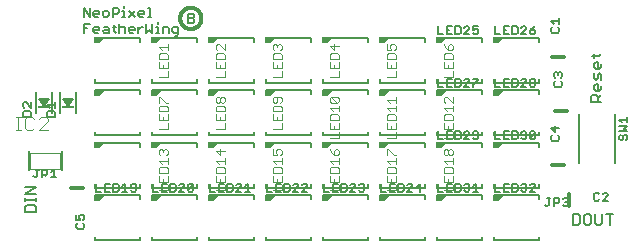
<source format=gbr>
G04 EAGLE Gerber RS-274X export*
G75*
%MOMM*%
%FSLAX34Y34*%
%LPD*%
%INSilkscreen Top*%
%IPPOS*%
%AMOC8*
5,1,8,0,0,1.08239X$1,22.5*%
G01*
%ADD10C,0.127000*%
%ADD11C,0.203200*%
%ADD12R,1.000000X0.200000*%
%ADD13C,0.152400*%
%ADD14C,0.076200*%
%ADD15C,0.304800*%
%ADD16C,0.010000*%
%ADD17C,0.075000*%
%ADD18C,0.101600*%

G36*
X403902Y106053D02*
X403902Y106053D01*
X403944Y106051D01*
X404011Y106073D01*
X404081Y106085D01*
X404117Y106107D01*
X404158Y106120D01*
X404231Y106174D01*
X404274Y106200D01*
X404287Y106216D01*
X404308Y106232D01*
X408118Y110042D01*
X408169Y110115D01*
X408225Y110184D01*
X408233Y110206D01*
X408247Y110226D01*
X408269Y110312D01*
X408297Y110396D01*
X408297Y110420D01*
X408303Y110443D01*
X408293Y110532D01*
X408291Y110621D01*
X408282Y110643D01*
X408279Y110666D01*
X408240Y110746D01*
X408206Y110828D01*
X408190Y110846D01*
X408180Y110867D01*
X408115Y110928D01*
X408055Y110994D01*
X408034Y111005D01*
X408017Y111021D01*
X407935Y111056D01*
X407855Y111097D01*
X407829Y111100D01*
X407810Y111109D01*
X407760Y111111D01*
X407670Y111124D01*
X400050Y111124D01*
X399985Y111113D01*
X399919Y111111D01*
X399876Y111093D01*
X399829Y111085D01*
X399772Y111051D01*
X399712Y111026D01*
X399677Y110995D01*
X399636Y110970D01*
X399595Y110919D01*
X399546Y110875D01*
X399524Y110833D01*
X399495Y110796D01*
X399474Y110734D01*
X399443Y110675D01*
X399435Y110621D01*
X399423Y110584D01*
X399423Y110580D01*
X399423Y110579D01*
X399424Y110544D01*
X399416Y110490D01*
X399416Y106680D01*
X399427Y106615D01*
X399429Y106549D01*
X399447Y106506D01*
X399455Y106459D01*
X399489Y106402D01*
X399514Y106342D01*
X399545Y106307D01*
X399570Y106266D01*
X399621Y106225D01*
X399665Y106176D01*
X399707Y106154D01*
X399744Y106125D01*
X399806Y106104D01*
X399865Y106073D01*
X399919Y106065D01*
X399956Y106053D01*
X399996Y106054D01*
X400050Y106046D01*
X403860Y106046D01*
X403902Y106053D01*
G37*
G36*
X66082Y106053D02*
X66082Y106053D01*
X66124Y106051D01*
X66191Y106073D01*
X66261Y106085D01*
X66297Y106107D01*
X66338Y106120D01*
X66411Y106174D01*
X66454Y106200D01*
X66467Y106216D01*
X66488Y106232D01*
X70298Y110042D01*
X70349Y110115D01*
X70405Y110184D01*
X70413Y110206D01*
X70427Y110226D01*
X70449Y110312D01*
X70477Y110396D01*
X70477Y110420D01*
X70483Y110443D01*
X70473Y110532D01*
X70471Y110621D01*
X70462Y110643D01*
X70459Y110666D01*
X70420Y110746D01*
X70386Y110828D01*
X70370Y110846D01*
X70360Y110867D01*
X70295Y110928D01*
X70235Y110994D01*
X70214Y111005D01*
X70197Y111021D01*
X70115Y111056D01*
X70035Y111097D01*
X70009Y111100D01*
X69990Y111109D01*
X69940Y111111D01*
X69850Y111124D01*
X62230Y111124D01*
X62165Y111113D01*
X62099Y111111D01*
X62056Y111093D01*
X62009Y111085D01*
X61952Y111051D01*
X61892Y111026D01*
X61857Y110995D01*
X61816Y110970D01*
X61775Y110919D01*
X61726Y110875D01*
X61704Y110833D01*
X61675Y110796D01*
X61654Y110734D01*
X61623Y110675D01*
X61615Y110621D01*
X61603Y110584D01*
X61603Y110580D01*
X61603Y110579D01*
X61604Y110544D01*
X61596Y110490D01*
X61596Y106680D01*
X61607Y106615D01*
X61609Y106549D01*
X61627Y106506D01*
X61635Y106459D01*
X61669Y106402D01*
X61694Y106342D01*
X61725Y106307D01*
X61750Y106266D01*
X61801Y106225D01*
X61845Y106176D01*
X61887Y106154D01*
X61924Y106125D01*
X61986Y106104D01*
X62045Y106073D01*
X62099Y106065D01*
X62136Y106053D01*
X62176Y106054D01*
X62230Y106046D01*
X66040Y106046D01*
X66082Y106053D01*
G37*
G36*
X307382Y106053D02*
X307382Y106053D01*
X307424Y106051D01*
X307491Y106073D01*
X307561Y106085D01*
X307597Y106107D01*
X307638Y106120D01*
X307711Y106174D01*
X307754Y106200D01*
X307767Y106216D01*
X307788Y106232D01*
X311598Y110042D01*
X311649Y110115D01*
X311705Y110184D01*
X311713Y110206D01*
X311727Y110226D01*
X311749Y110312D01*
X311777Y110396D01*
X311777Y110420D01*
X311783Y110443D01*
X311773Y110532D01*
X311771Y110621D01*
X311762Y110643D01*
X311759Y110666D01*
X311720Y110746D01*
X311686Y110828D01*
X311670Y110846D01*
X311660Y110867D01*
X311595Y110928D01*
X311535Y110994D01*
X311514Y111005D01*
X311497Y111021D01*
X311415Y111056D01*
X311335Y111097D01*
X311309Y111100D01*
X311290Y111109D01*
X311240Y111111D01*
X311150Y111124D01*
X303530Y111124D01*
X303465Y111113D01*
X303399Y111111D01*
X303356Y111093D01*
X303309Y111085D01*
X303252Y111051D01*
X303192Y111026D01*
X303157Y110995D01*
X303116Y110970D01*
X303075Y110919D01*
X303026Y110875D01*
X303004Y110833D01*
X302975Y110796D01*
X302954Y110734D01*
X302923Y110675D01*
X302915Y110621D01*
X302903Y110584D01*
X302903Y110580D01*
X302903Y110579D01*
X302904Y110544D01*
X302896Y110490D01*
X302896Y106680D01*
X302907Y106615D01*
X302909Y106549D01*
X302927Y106506D01*
X302935Y106459D01*
X302969Y106402D01*
X302994Y106342D01*
X303025Y106307D01*
X303050Y106266D01*
X303101Y106225D01*
X303145Y106176D01*
X303187Y106154D01*
X303224Y106125D01*
X303286Y106104D01*
X303345Y106073D01*
X303399Y106065D01*
X303436Y106053D01*
X303476Y106054D01*
X303530Y106046D01*
X307340Y106046D01*
X307382Y106053D01*
G37*
G36*
X259122Y106053D02*
X259122Y106053D01*
X259164Y106051D01*
X259231Y106073D01*
X259301Y106085D01*
X259337Y106107D01*
X259378Y106120D01*
X259451Y106174D01*
X259494Y106200D01*
X259507Y106216D01*
X259528Y106232D01*
X263338Y110042D01*
X263389Y110115D01*
X263445Y110184D01*
X263453Y110206D01*
X263467Y110226D01*
X263489Y110312D01*
X263517Y110396D01*
X263517Y110420D01*
X263523Y110443D01*
X263513Y110532D01*
X263511Y110621D01*
X263502Y110643D01*
X263499Y110666D01*
X263460Y110746D01*
X263426Y110828D01*
X263410Y110846D01*
X263400Y110867D01*
X263335Y110928D01*
X263275Y110994D01*
X263254Y111005D01*
X263237Y111021D01*
X263155Y111056D01*
X263075Y111097D01*
X263049Y111100D01*
X263030Y111109D01*
X262980Y111111D01*
X262890Y111124D01*
X255270Y111124D01*
X255205Y111113D01*
X255139Y111111D01*
X255096Y111093D01*
X255049Y111085D01*
X254992Y111051D01*
X254932Y111026D01*
X254897Y110995D01*
X254856Y110970D01*
X254815Y110919D01*
X254766Y110875D01*
X254744Y110833D01*
X254715Y110796D01*
X254694Y110734D01*
X254663Y110675D01*
X254655Y110621D01*
X254643Y110584D01*
X254643Y110580D01*
X254643Y110579D01*
X254644Y110544D01*
X254636Y110490D01*
X254636Y106680D01*
X254647Y106615D01*
X254649Y106549D01*
X254667Y106506D01*
X254675Y106459D01*
X254709Y106402D01*
X254734Y106342D01*
X254765Y106307D01*
X254790Y106266D01*
X254841Y106225D01*
X254885Y106176D01*
X254927Y106154D01*
X254964Y106125D01*
X255026Y106104D01*
X255085Y106073D01*
X255139Y106065D01*
X255176Y106053D01*
X255216Y106054D01*
X255270Y106046D01*
X259080Y106046D01*
X259122Y106053D01*
G37*
G36*
X114342Y106053D02*
X114342Y106053D01*
X114384Y106051D01*
X114451Y106073D01*
X114521Y106085D01*
X114557Y106107D01*
X114598Y106120D01*
X114671Y106174D01*
X114714Y106200D01*
X114727Y106216D01*
X114748Y106232D01*
X118558Y110042D01*
X118609Y110115D01*
X118665Y110184D01*
X118673Y110206D01*
X118687Y110226D01*
X118709Y110312D01*
X118737Y110396D01*
X118737Y110420D01*
X118743Y110443D01*
X118733Y110532D01*
X118731Y110621D01*
X118722Y110643D01*
X118719Y110666D01*
X118680Y110746D01*
X118646Y110828D01*
X118630Y110846D01*
X118620Y110867D01*
X118555Y110928D01*
X118495Y110994D01*
X118474Y111005D01*
X118457Y111021D01*
X118375Y111056D01*
X118295Y111097D01*
X118269Y111100D01*
X118250Y111109D01*
X118200Y111111D01*
X118110Y111124D01*
X110490Y111124D01*
X110425Y111113D01*
X110359Y111111D01*
X110316Y111093D01*
X110269Y111085D01*
X110212Y111051D01*
X110152Y111026D01*
X110117Y110995D01*
X110076Y110970D01*
X110035Y110919D01*
X109986Y110875D01*
X109964Y110833D01*
X109935Y110796D01*
X109914Y110734D01*
X109883Y110675D01*
X109875Y110621D01*
X109863Y110584D01*
X109863Y110580D01*
X109863Y110579D01*
X109864Y110544D01*
X109856Y110490D01*
X109856Y106680D01*
X109867Y106615D01*
X109869Y106549D01*
X109887Y106506D01*
X109895Y106459D01*
X109929Y106402D01*
X109954Y106342D01*
X109985Y106307D01*
X110010Y106266D01*
X110061Y106225D01*
X110105Y106176D01*
X110147Y106154D01*
X110184Y106125D01*
X110246Y106104D01*
X110305Y106073D01*
X110359Y106065D01*
X110396Y106053D01*
X110436Y106054D01*
X110490Y106046D01*
X114300Y106046D01*
X114342Y106053D01*
G37*
G36*
X355642Y106053D02*
X355642Y106053D01*
X355684Y106051D01*
X355751Y106073D01*
X355821Y106085D01*
X355857Y106107D01*
X355898Y106120D01*
X355971Y106174D01*
X356014Y106200D01*
X356027Y106216D01*
X356048Y106232D01*
X359858Y110042D01*
X359909Y110115D01*
X359965Y110184D01*
X359973Y110206D01*
X359987Y110226D01*
X360009Y110312D01*
X360037Y110396D01*
X360037Y110420D01*
X360043Y110443D01*
X360033Y110532D01*
X360031Y110621D01*
X360022Y110643D01*
X360019Y110666D01*
X359980Y110746D01*
X359946Y110828D01*
X359930Y110846D01*
X359920Y110867D01*
X359855Y110928D01*
X359795Y110994D01*
X359774Y111005D01*
X359757Y111021D01*
X359675Y111056D01*
X359595Y111097D01*
X359569Y111100D01*
X359550Y111109D01*
X359500Y111111D01*
X359410Y111124D01*
X351790Y111124D01*
X351725Y111113D01*
X351659Y111111D01*
X351616Y111093D01*
X351569Y111085D01*
X351512Y111051D01*
X351452Y111026D01*
X351417Y110995D01*
X351376Y110970D01*
X351335Y110919D01*
X351286Y110875D01*
X351264Y110833D01*
X351235Y110796D01*
X351214Y110734D01*
X351183Y110675D01*
X351175Y110621D01*
X351163Y110584D01*
X351163Y110580D01*
X351163Y110579D01*
X351164Y110544D01*
X351156Y110490D01*
X351156Y106680D01*
X351167Y106615D01*
X351169Y106549D01*
X351187Y106506D01*
X351195Y106459D01*
X351229Y106402D01*
X351254Y106342D01*
X351285Y106307D01*
X351310Y106266D01*
X351361Y106225D01*
X351405Y106176D01*
X351447Y106154D01*
X351484Y106125D01*
X351546Y106104D01*
X351605Y106073D01*
X351659Y106065D01*
X351696Y106053D01*
X351736Y106054D01*
X351790Y106046D01*
X355600Y106046D01*
X355642Y106053D01*
G37*
G36*
X210862Y106053D02*
X210862Y106053D01*
X210904Y106051D01*
X210971Y106073D01*
X211041Y106085D01*
X211077Y106107D01*
X211118Y106120D01*
X211191Y106174D01*
X211234Y106200D01*
X211247Y106216D01*
X211268Y106232D01*
X215078Y110042D01*
X215129Y110115D01*
X215185Y110184D01*
X215193Y110206D01*
X215207Y110226D01*
X215229Y110312D01*
X215257Y110396D01*
X215257Y110420D01*
X215263Y110443D01*
X215253Y110532D01*
X215251Y110621D01*
X215242Y110643D01*
X215239Y110666D01*
X215200Y110746D01*
X215166Y110828D01*
X215150Y110846D01*
X215140Y110867D01*
X215075Y110928D01*
X215015Y110994D01*
X214994Y111005D01*
X214977Y111021D01*
X214895Y111056D01*
X214815Y111097D01*
X214789Y111100D01*
X214770Y111109D01*
X214720Y111111D01*
X214630Y111124D01*
X207010Y111124D01*
X206945Y111113D01*
X206879Y111111D01*
X206836Y111093D01*
X206789Y111085D01*
X206732Y111051D01*
X206672Y111026D01*
X206637Y110995D01*
X206596Y110970D01*
X206555Y110919D01*
X206506Y110875D01*
X206484Y110833D01*
X206455Y110796D01*
X206434Y110734D01*
X206403Y110675D01*
X206395Y110621D01*
X206383Y110584D01*
X206383Y110580D01*
X206383Y110579D01*
X206384Y110544D01*
X206376Y110490D01*
X206376Y106680D01*
X206387Y106615D01*
X206389Y106549D01*
X206407Y106506D01*
X206415Y106459D01*
X206449Y106402D01*
X206474Y106342D01*
X206505Y106307D01*
X206530Y106266D01*
X206581Y106225D01*
X206625Y106176D01*
X206667Y106154D01*
X206704Y106125D01*
X206766Y106104D01*
X206825Y106073D01*
X206879Y106065D01*
X206916Y106053D01*
X206956Y106054D01*
X207010Y106046D01*
X210820Y106046D01*
X210862Y106053D01*
G37*
G36*
X162602Y106053D02*
X162602Y106053D01*
X162644Y106051D01*
X162711Y106073D01*
X162781Y106085D01*
X162817Y106107D01*
X162858Y106120D01*
X162931Y106174D01*
X162974Y106200D01*
X162987Y106216D01*
X163008Y106232D01*
X166818Y110042D01*
X166869Y110115D01*
X166925Y110184D01*
X166933Y110206D01*
X166947Y110226D01*
X166969Y110312D01*
X166997Y110396D01*
X166997Y110420D01*
X167003Y110443D01*
X166993Y110532D01*
X166991Y110621D01*
X166982Y110643D01*
X166979Y110666D01*
X166940Y110746D01*
X166906Y110828D01*
X166890Y110846D01*
X166880Y110867D01*
X166815Y110928D01*
X166755Y110994D01*
X166734Y111005D01*
X166717Y111021D01*
X166635Y111056D01*
X166555Y111097D01*
X166529Y111100D01*
X166510Y111109D01*
X166460Y111111D01*
X166370Y111124D01*
X158750Y111124D01*
X158685Y111113D01*
X158619Y111111D01*
X158576Y111093D01*
X158529Y111085D01*
X158472Y111051D01*
X158412Y111026D01*
X158377Y110995D01*
X158336Y110970D01*
X158295Y110919D01*
X158246Y110875D01*
X158224Y110833D01*
X158195Y110796D01*
X158174Y110734D01*
X158143Y110675D01*
X158135Y110621D01*
X158123Y110584D01*
X158123Y110580D01*
X158123Y110579D01*
X158124Y110544D01*
X158116Y110490D01*
X158116Y106680D01*
X158127Y106615D01*
X158129Y106549D01*
X158147Y106506D01*
X158155Y106459D01*
X158189Y106402D01*
X158214Y106342D01*
X158245Y106307D01*
X158270Y106266D01*
X158321Y106225D01*
X158365Y106176D01*
X158407Y106154D01*
X158444Y106125D01*
X158506Y106104D01*
X158565Y106073D01*
X158619Y106065D01*
X158656Y106053D01*
X158696Y106054D01*
X158750Y106046D01*
X162560Y106046D01*
X162602Y106053D01*
G37*
G36*
X66082Y194953D02*
X66082Y194953D01*
X66124Y194951D01*
X66191Y194973D01*
X66261Y194985D01*
X66297Y195007D01*
X66338Y195020D01*
X66411Y195074D01*
X66454Y195100D01*
X66467Y195116D01*
X66488Y195132D01*
X70298Y198942D01*
X70349Y199015D01*
X70405Y199084D01*
X70413Y199106D01*
X70427Y199126D01*
X70449Y199212D01*
X70477Y199296D01*
X70477Y199320D01*
X70483Y199343D01*
X70473Y199432D01*
X70471Y199521D01*
X70462Y199543D01*
X70459Y199566D01*
X70420Y199646D01*
X70386Y199728D01*
X70370Y199746D01*
X70360Y199767D01*
X70295Y199828D01*
X70235Y199894D01*
X70214Y199905D01*
X70197Y199921D01*
X70115Y199956D01*
X70035Y199997D01*
X70009Y200000D01*
X69990Y200009D01*
X69940Y200011D01*
X69850Y200024D01*
X62230Y200024D01*
X62165Y200013D01*
X62099Y200011D01*
X62056Y199993D01*
X62009Y199985D01*
X61952Y199951D01*
X61892Y199926D01*
X61857Y199895D01*
X61816Y199870D01*
X61775Y199819D01*
X61726Y199775D01*
X61704Y199733D01*
X61675Y199696D01*
X61654Y199634D01*
X61623Y199575D01*
X61615Y199521D01*
X61603Y199484D01*
X61603Y199480D01*
X61603Y199479D01*
X61604Y199444D01*
X61596Y199390D01*
X61596Y195580D01*
X61607Y195515D01*
X61609Y195449D01*
X61627Y195406D01*
X61635Y195359D01*
X61669Y195302D01*
X61694Y195242D01*
X61725Y195207D01*
X61750Y195166D01*
X61801Y195125D01*
X61845Y195076D01*
X61887Y195054D01*
X61924Y195025D01*
X61986Y195004D01*
X62045Y194973D01*
X62099Y194965D01*
X62136Y194953D01*
X62176Y194954D01*
X62230Y194946D01*
X66040Y194946D01*
X66082Y194953D01*
G37*
G36*
X259122Y150503D02*
X259122Y150503D01*
X259164Y150501D01*
X259231Y150523D01*
X259301Y150535D01*
X259337Y150557D01*
X259378Y150570D01*
X259451Y150624D01*
X259494Y150650D01*
X259507Y150666D01*
X259528Y150682D01*
X263338Y154492D01*
X263389Y154565D01*
X263445Y154634D01*
X263453Y154656D01*
X263467Y154676D01*
X263489Y154762D01*
X263517Y154846D01*
X263517Y154870D01*
X263523Y154893D01*
X263513Y154982D01*
X263511Y155071D01*
X263502Y155093D01*
X263499Y155116D01*
X263460Y155196D01*
X263426Y155278D01*
X263410Y155296D01*
X263400Y155317D01*
X263335Y155378D01*
X263275Y155444D01*
X263254Y155455D01*
X263237Y155471D01*
X263155Y155506D01*
X263075Y155547D01*
X263049Y155550D01*
X263030Y155559D01*
X262980Y155561D01*
X262890Y155574D01*
X255270Y155574D01*
X255205Y155563D01*
X255139Y155561D01*
X255096Y155543D01*
X255049Y155535D01*
X254992Y155501D01*
X254932Y155476D01*
X254897Y155445D01*
X254856Y155420D01*
X254815Y155369D01*
X254766Y155325D01*
X254744Y155283D01*
X254715Y155246D01*
X254694Y155184D01*
X254663Y155125D01*
X254655Y155071D01*
X254643Y155034D01*
X254643Y155030D01*
X254643Y155029D01*
X254644Y154994D01*
X254636Y154940D01*
X254636Y151130D01*
X254647Y151065D01*
X254649Y150999D01*
X254667Y150956D01*
X254675Y150909D01*
X254709Y150852D01*
X254734Y150792D01*
X254765Y150757D01*
X254790Y150716D01*
X254841Y150675D01*
X254885Y150626D01*
X254927Y150604D01*
X254964Y150575D01*
X255026Y150554D01*
X255085Y150523D01*
X255139Y150515D01*
X255176Y150503D01*
X255216Y150504D01*
X255270Y150496D01*
X259080Y150496D01*
X259122Y150503D01*
G37*
G36*
X403902Y150503D02*
X403902Y150503D01*
X403944Y150501D01*
X404011Y150523D01*
X404081Y150535D01*
X404117Y150557D01*
X404158Y150570D01*
X404231Y150624D01*
X404274Y150650D01*
X404287Y150666D01*
X404308Y150682D01*
X408118Y154492D01*
X408169Y154565D01*
X408225Y154634D01*
X408233Y154656D01*
X408247Y154676D01*
X408269Y154762D01*
X408297Y154846D01*
X408297Y154870D01*
X408303Y154893D01*
X408293Y154982D01*
X408291Y155071D01*
X408282Y155093D01*
X408279Y155116D01*
X408240Y155196D01*
X408206Y155278D01*
X408190Y155296D01*
X408180Y155317D01*
X408115Y155378D01*
X408055Y155444D01*
X408034Y155455D01*
X408017Y155471D01*
X407935Y155506D01*
X407855Y155547D01*
X407829Y155550D01*
X407810Y155559D01*
X407760Y155561D01*
X407670Y155574D01*
X400050Y155574D01*
X399985Y155563D01*
X399919Y155561D01*
X399876Y155543D01*
X399829Y155535D01*
X399772Y155501D01*
X399712Y155476D01*
X399677Y155445D01*
X399636Y155420D01*
X399595Y155369D01*
X399546Y155325D01*
X399524Y155283D01*
X399495Y155246D01*
X399474Y155184D01*
X399443Y155125D01*
X399435Y155071D01*
X399423Y155034D01*
X399423Y155030D01*
X399423Y155029D01*
X399424Y154994D01*
X399416Y154940D01*
X399416Y151130D01*
X399427Y151065D01*
X399429Y150999D01*
X399447Y150956D01*
X399455Y150909D01*
X399489Y150852D01*
X399514Y150792D01*
X399545Y150757D01*
X399570Y150716D01*
X399621Y150675D01*
X399665Y150626D01*
X399707Y150604D01*
X399744Y150575D01*
X399806Y150554D01*
X399865Y150523D01*
X399919Y150515D01*
X399956Y150503D01*
X399996Y150504D01*
X400050Y150496D01*
X403860Y150496D01*
X403902Y150503D01*
G37*
G36*
X355642Y150503D02*
X355642Y150503D01*
X355684Y150501D01*
X355751Y150523D01*
X355821Y150535D01*
X355857Y150557D01*
X355898Y150570D01*
X355971Y150624D01*
X356014Y150650D01*
X356027Y150666D01*
X356048Y150682D01*
X359858Y154492D01*
X359909Y154565D01*
X359965Y154634D01*
X359973Y154656D01*
X359987Y154676D01*
X360009Y154762D01*
X360037Y154846D01*
X360037Y154870D01*
X360043Y154893D01*
X360033Y154982D01*
X360031Y155071D01*
X360022Y155093D01*
X360019Y155116D01*
X359980Y155196D01*
X359946Y155278D01*
X359930Y155296D01*
X359920Y155317D01*
X359855Y155378D01*
X359795Y155444D01*
X359774Y155455D01*
X359757Y155471D01*
X359675Y155506D01*
X359595Y155547D01*
X359569Y155550D01*
X359550Y155559D01*
X359500Y155561D01*
X359410Y155574D01*
X351790Y155574D01*
X351725Y155563D01*
X351659Y155561D01*
X351616Y155543D01*
X351569Y155535D01*
X351512Y155501D01*
X351452Y155476D01*
X351417Y155445D01*
X351376Y155420D01*
X351335Y155369D01*
X351286Y155325D01*
X351264Y155283D01*
X351235Y155246D01*
X351214Y155184D01*
X351183Y155125D01*
X351175Y155071D01*
X351163Y155034D01*
X351163Y155030D01*
X351163Y155029D01*
X351164Y154994D01*
X351156Y154940D01*
X351156Y151130D01*
X351167Y151065D01*
X351169Y150999D01*
X351187Y150956D01*
X351195Y150909D01*
X351229Y150852D01*
X351254Y150792D01*
X351285Y150757D01*
X351310Y150716D01*
X351361Y150675D01*
X351405Y150626D01*
X351447Y150604D01*
X351484Y150575D01*
X351546Y150554D01*
X351605Y150523D01*
X351659Y150515D01*
X351696Y150503D01*
X351736Y150504D01*
X351790Y150496D01*
X355600Y150496D01*
X355642Y150503D01*
G37*
G36*
X162602Y150503D02*
X162602Y150503D01*
X162644Y150501D01*
X162711Y150523D01*
X162781Y150535D01*
X162817Y150557D01*
X162858Y150570D01*
X162931Y150624D01*
X162974Y150650D01*
X162987Y150666D01*
X163008Y150682D01*
X166818Y154492D01*
X166869Y154565D01*
X166925Y154634D01*
X166933Y154656D01*
X166947Y154676D01*
X166969Y154762D01*
X166997Y154846D01*
X166997Y154870D01*
X167003Y154893D01*
X166993Y154982D01*
X166991Y155071D01*
X166982Y155093D01*
X166979Y155116D01*
X166940Y155196D01*
X166906Y155278D01*
X166890Y155296D01*
X166880Y155317D01*
X166815Y155378D01*
X166755Y155444D01*
X166734Y155455D01*
X166717Y155471D01*
X166635Y155506D01*
X166555Y155547D01*
X166529Y155550D01*
X166510Y155559D01*
X166460Y155561D01*
X166370Y155574D01*
X158750Y155574D01*
X158685Y155563D01*
X158619Y155561D01*
X158576Y155543D01*
X158529Y155535D01*
X158472Y155501D01*
X158412Y155476D01*
X158377Y155445D01*
X158336Y155420D01*
X158295Y155369D01*
X158246Y155325D01*
X158224Y155283D01*
X158195Y155246D01*
X158174Y155184D01*
X158143Y155125D01*
X158135Y155071D01*
X158123Y155034D01*
X158123Y155030D01*
X158123Y155029D01*
X158124Y154994D01*
X158116Y154940D01*
X158116Y151130D01*
X158127Y151065D01*
X158129Y150999D01*
X158147Y150956D01*
X158155Y150909D01*
X158189Y150852D01*
X158214Y150792D01*
X158245Y150757D01*
X158270Y150716D01*
X158321Y150675D01*
X158365Y150626D01*
X158407Y150604D01*
X158444Y150575D01*
X158506Y150554D01*
X158565Y150523D01*
X158619Y150515D01*
X158656Y150503D01*
X158696Y150504D01*
X158750Y150496D01*
X162560Y150496D01*
X162602Y150503D01*
G37*
G36*
X66082Y150503D02*
X66082Y150503D01*
X66124Y150501D01*
X66191Y150523D01*
X66261Y150535D01*
X66297Y150557D01*
X66338Y150570D01*
X66411Y150624D01*
X66454Y150650D01*
X66467Y150666D01*
X66488Y150682D01*
X70298Y154492D01*
X70349Y154565D01*
X70405Y154634D01*
X70413Y154656D01*
X70427Y154676D01*
X70449Y154762D01*
X70477Y154846D01*
X70477Y154870D01*
X70483Y154893D01*
X70473Y154982D01*
X70471Y155071D01*
X70462Y155093D01*
X70459Y155116D01*
X70420Y155196D01*
X70386Y155278D01*
X70370Y155296D01*
X70360Y155317D01*
X70295Y155378D01*
X70235Y155444D01*
X70214Y155455D01*
X70197Y155471D01*
X70115Y155506D01*
X70035Y155547D01*
X70009Y155550D01*
X69990Y155559D01*
X69940Y155561D01*
X69850Y155574D01*
X62230Y155574D01*
X62165Y155563D01*
X62099Y155561D01*
X62056Y155543D01*
X62009Y155535D01*
X61952Y155501D01*
X61892Y155476D01*
X61857Y155445D01*
X61816Y155420D01*
X61775Y155369D01*
X61726Y155325D01*
X61704Y155283D01*
X61675Y155246D01*
X61654Y155184D01*
X61623Y155125D01*
X61615Y155071D01*
X61603Y155034D01*
X61603Y155030D01*
X61603Y155029D01*
X61604Y154994D01*
X61596Y154940D01*
X61596Y151130D01*
X61607Y151065D01*
X61609Y150999D01*
X61627Y150956D01*
X61635Y150909D01*
X61669Y150852D01*
X61694Y150792D01*
X61725Y150757D01*
X61750Y150716D01*
X61801Y150675D01*
X61845Y150626D01*
X61887Y150604D01*
X61924Y150575D01*
X61986Y150554D01*
X62045Y150523D01*
X62099Y150515D01*
X62136Y150503D01*
X62176Y150504D01*
X62230Y150496D01*
X66040Y150496D01*
X66082Y150503D01*
G37*
G36*
X307382Y150503D02*
X307382Y150503D01*
X307424Y150501D01*
X307491Y150523D01*
X307561Y150535D01*
X307597Y150557D01*
X307638Y150570D01*
X307711Y150624D01*
X307754Y150650D01*
X307767Y150666D01*
X307788Y150682D01*
X311598Y154492D01*
X311649Y154565D01*
X311705Y154634D01*
X311713Y154656D01*
X311727Y154676D01*
X311749Y154762D01*
X311777Y154846D01*
X311777Y154870D01*
X311783Y154893D01*
X311773Y154982D01*
X311771Y155071D01*
X311762Y155093D01*
X311759Y155116D01*
X311720Y155196D01*
X311686Y155278D01*
X311670Y155296D01*
X311660Y155317D01*
X311595Y155378D01*
X311535Y155444D01*
X311514Y155455D01*
X311497Y155471D01*
X311415Y155506D01*
X311335Y155547D01*
X311309Y155550D01*
X311290Y155559D01*
X311240Y155561D01*
X311150Y155574D01*
X303530Y155574D01*
X303465Y155563D01*
X303399Y155561D01*
X303356Y155543D01*
X303309Y155535D01*
X303252Y155501D01*
X303192Y155476D01*
X303157Y155445D01*
X303116Y155420D01*
X303075Y155369D01*
X303026Y155325D01*
X303004Y155283D01*
X302975Y155246D01*
X302954Y155184D01*
X302923Y155125D01*
X302915Y155071D01*
X302903Y155034D01*
X302903Y155030D01*
X302903Y155029D01*
X302904Y154994D01*
X302896Y154940D01*
X302896Y151130D01*
X302907Y151065D01*
X302909Y150999D01*
X302927Y150956D01*
X302935Y150909D01*
X302969Y150852D01*
X302994Y150792D01*
X303025Y150757D01*
X303050Y150716D01*
X303101Y150675D01*
X303145Y150626D01*
X303187Y150604D01*
X303224Y150575D01*
X303286Y150554D01*
X303345Y150523D01*
X303399Y150515D01*
X303436Y150503D01*
X303476Y150504D01*
X303530Y150496D01*
X307340Y150496D01*
X307382Y150503D01*
G37*
G36*
X114342Y150503D02*
X114342Y150503D01*
X114384Y150501D01*
X114451Y150523D01*
X114521Y150535D01*
X114557Y150557D01*
X114598Y150570D01*
X114671Y150624D01*
X114714Y150650D01*
X114727Y150666D01*
X114748Y150682D01*
X118558Y154492D01*
X118609Y154565D01*
X118665Y154634D01*
X118673Y154656D01*
X118687Y154676D01*
X118709Y154762D01*
X118737Y154846D01*
X118737Y154870D01*
X118743Y154893D01*
X118733Y154982D01*
X118731Y155071D01*
X118722Y155093D01*
X118719Y155116D01*
X118680Y155196D01*
X118646Y155278D01*
X118630Y155296D01*
X118620Y155317D01*
X118555Y155378D01*
X118495Y155444D01*
X118474Y155455D01*
X118457Y155471D01*
X118375Y155506D01*
X118295Y155547D01*
X118269Y155550D01*
X118250Y155559D01*
X118200Y155561D01*
X118110Y155574D01*
X110490Y155574D01*
X110425Y155563D01*
X110359Y155561D01*
X110316Y155543D01*
X110269Y155535D01*
X110212Y155501D01*
X110152Y155476D01*
X110117Y155445D01*
X110076Y155420D01*
X110035Y155369D01*
X109986Y155325D01*
X109964Y155283D01*
X109935Y155246D01*
X109914Y155184D01*
X109883Y155125D01*
X109875Y155071D01*
X109863Y155034D01*
X109863Y155030D01*
X109863Y155029D01*
X109864Y154994D01*
X109856Y154940D01*
X109856Y151130D01*
X109867Y151065D01*
X109869Y150999D01*
X109887Y150956D01*
X109895Y150909D01*
X109929Y150852D01*
X109954Y150792D01*
X109985Y150757D01*
X110010Y150716D01*
X110061Y150675D01*
X110105Y150626D01*
X110147Y150604D01*
X110184Y150575D01*
X110246Y150554D01*
X110305Y150523D01*
X110359Y150515D01*
X110396Y150503D01*
X110436Y150504D01*
X110490Y150496D01*
X114300Y150496D01*
X114342Y150503D01*
G37*
G36*
X210862Y150503D02*
X210862Y150503D01*
X210904Y150501D01*
X210971Y150523D01*
X211041Y150535D01*
X211077Y150557D01*
X211118Y150570D01*
X211191Y150624D01*
X211234Y150650D01*
X211247Y150666D01*
X211268Y150682D01*
X215078Y154492D01*
X215129Y154565D01*
X215185Y154634D01*
X215193Y154656D01*
X215207Y154676D01*
X215229Y154762D01*
X215257Y154846D01*
X215257Y154870D01*
X215263Y154893D01*
X215253Y154982D01*
X215251Y155071D01*
X215242Y155093D01*
X215239Y155116D01*
X215200Y155196D01*
X215166Y155278D01*
X215150Y155296D01*
X215140Y155317D01*
X215075Y155378D01*
X215015Y155444D01*
X214994Y155455D01*
X214977Y155471D01*
X214895Y155506D01*
X214815Y155547D01*
X214789Y155550D01*
X214770Y155559D01*
X214720Y155561D01*
X214630Y155574D01*
X207010Y155574D01*
X206945Y155563D01*
X206879Y155561D01*
X206836Y155543D01*
X206789Y155535D01*
X206732Y155501D01*
X206672Y155476D01*
X206637Y155445D01*
X206596Y155420D01*
X206555Y155369D01*
X206506Y155325D01*
X206484Y155283D01*
X206455Y155246D01*
X206434Y155184D01*
X206403Y155125D01*
X206395Y155071D01*
X206383Y155034D01*
X206383Y155030D01*
X206383Y155029D01*
X206384Y154994D01*
X206376Y154940D01*
X206376Y151130D01*
X206387Y151065D01*
X206389Y150999D01*
X206407Y150956D01*
X206415Y150909D01*
X206449Y150852D01*
X206474Y150792D01*
X206505Y150757D01*
X206530Y150716D01*
X206581Y150675D01*
X206625Y150626D01*
X206667Y150604D01*
X206704Y150575D01*
X206766Y150554D01*
X206825Y150523D01*
X206879Y150515D01*
X206916Y150503D01*
X206956Y150504D01*
X207010Y150496D01*
X210820Y150496D01*
X210862Y150503D01*
G37*
G36*
X259122Y61603D02*
X259122Y61603D01*
X259164Y61601D01*
X259231Y61623D01*
X259301Y61635D01*
X259337Y61657D01*
X259378Y61670D01*
X259451Y61724D01*
X259494Y61750D01*
X259507Y61766D01*
X259528Y61782D01*
X263338Y65592D01*
X263389Y65665D01*
X263445Y65734D01*
X263453Y65756D01*
X263467Y65776D01*
X263489Y65862D01*
X263517Y65946D01*
X263517Y65970D01*
X263523Y65993D01*
X263513Y66082D01*
X263511Y66171D01*
X263502Y66193D01*
X263499Y66216D01*
X263460Y66296D01*
X263426Y66378D01*
X263410Y66396D01*
X263400Y66417D01*
X263335Y66478D01*
X263275Y66544D01*
X263254Y66555D01*
X263237Y66571D01*
X263155Y66606D01*
X263075Y66647D01*
X263049Y66650D01*
X263030Y66659D01*
X262980Y66661D01*
X262890Y66674D01*
X255270Y66674D01*
X255205Y66663D01*
X255139Y66661D01*
X255096Y66643D01*
X255049Y66635D01*
X254992Y66601D01*
X254932Y66576D01*
X254897Y66545D01*
X254856Y66520D01*
X254815Y66469D01*
X254766Y66425D01*
X254744Y66383D01*
X254715Y66346D01*
X254694Y66284D01*
X254663Y66225D01*
X254655Y66171D01*
X254643Y66134D01*
X254643Y66130D01*
X254643Y66129D01*
X254644Y66094D01*
X254636Y66040D01*
X254636Y62230D01*
X254647Y62165D01*
X254649Y62099D01*
X254667Y62056D01*
X254675Y62009D01*
X254709Y61952D01*
X254734Y61892D01*
X254765Y61857D01*
X254790Y61816D01*
X254841Y61775D01*
X254885Y61726D01*
X254927Y61704D01*
X254964Y61675D01*
X255026Y61654D01*
X255085Y61623D01*
X255139Y61615D01*
X255176Y61603D01*
X255216Y61604D01*
X255270Y61596D01*
X259080Y61596D01*
X259122Y61603D01*
G37*
G36*
X403902Y194953D02*
X403902Y194953D01*
X403944Y194951D01*
X404011Y194973D01*
X404081Y194985D01*
X404117Y195007D01*
X404158Y195020D01*
X404231Y195074D01*
X404274Y195100D01*
X404287Y195116D01*
X404308Y195132D01*
X408118Y198942D01*
X408169Y199015D01*
X408225Y199084D01*
X408233Y199106D01*
X408247Y199126D01*
X408269Y199212D01*
X408297Y199296D01*
X408297Y199320D01*
X408303Y199343D01*
X408293Y199432D01*
X408291Y199521D01*
X408282Y199543D01*
X408279Y199566D01*
X408240Y199646D01*
X408206Y199728D01*
X408190Y199746D01*
X408180Y199767D01*
X408115Y199828D01*
X408055Y199894D01*
X408034Y199905D01*
X408017Y199921D01*
X407935Y199956D01*
X407855Y199997D01*
X407829Y200000D01*
X407810Y200009D01*
X407760Y200011D01*
X407670Y200024D01*
X400050Y200024D01*
X399985Y200013D01*
X399919Y200011D01*
X399876Y199993D01*
X399829Y199985D01*
X399772Y199951D01*
X399712Y199926D01*
X399677Y199895D01*
X399636Y199870D01*
X399595Y199819D01*
X399546Y199775D01*
X399524Y199733D01*
X399495Y199696D01*
X399474Y199634D01*
X399443Y199575D01*
X399435Y199521D01*
X399423Y199484D01*
X399423Y199480D01*
X399423Y199479D01*
X399424Y199444D01*
X399416Y199390D01*
X399416Y195580D01*
X399427Y195515D01*
X399429Y195449D01*
X399447Y195406D01*
X399455Y195359D01*
X399489Y195302D01*
X399514Y195242D01*
X399545Y195207D01*
X399570Y195166D01*
X399621Y195125D01*
X399665Y195076D01*
X399707Y195054D01*
X399744Y195025D01*
X399806Y195004D01*
X399865Y194973D01*
X399919Y194965D01*
X399956Y194953D01*
X399996Y194954D01*
X400050Y194946D01*
X403860Y194946D01*
X403902Y194953D01*
G37*
G36*
X355642Y194953D02*
X355642Y194953D01*
X355684Y194951D01*
X355751Y194973D01*
X355821Y194985D01*
X355857Y195007D01*
X355898Y195020D01*
X355971Y195074D01*
X356014Y195100D01*
X356027Y195116D01*
X356048Y195132D01*
X359858Y198942D01*
X359909Y199015D01*
X359965Y199084D01*
X359973Y199106D01*
X359987Y199126D01*
X360009Y199212D01*
X360037Y199296D01*
X360037Y199320D01*
X360043Y199343D01*
X360033Y199432D01*
X360031Y199521D01*
X360022Y199543D01*
X360019Y199566D01*
X359980Y199646D01*
X359946Y199728D01*
X359930Y199746D01*
X359920Y199767D01*
X359855Y199828D01*
X359795Y199894D01*
X359774Y199905D01*
X359757Y199921D01*
X359675Y199956D01*
X359595Y199997D01*
X359569Y200000D01*
X359550Y200009D01*
X359500Y200011D01*
X359410Y200024D01*
X351790Y200024D01*
X351725Y200013D01*
X351659Y200011D01*
X351616Y199993D01*
X351569Y199985D01*
X351512Y199951D01*
X351452Y199926D01*
X351417Y199895D01*
X351376Y199870D01*
X351335Y199819D01*
X351286Y199775D01*
X351264Y199733D01*
X351235Y199696D01*
X351214Y199634D01*
X351183Y199575D01*
X351175Y199521D01*
X351163Y199484D01*
X351163Y199480D01*
X351163Y199479D01*
X351164Y199444D01*
X351156Y199390D01*
X351156Y195580D01*
X351167Y195515D01*
X351169Y195449D01*
X351187Y195406D01*
X351195Y195359D01*
X351229Y195302D01*
X351254Y195242D01*
X351285Y195207D01*
X351310Y195166D01*
X351361Y195125D01*
X351405Y195076D01*
X351447Y195054D01*
X351484Y195025D01*
X351546Y195004D01*
X351605Y194973D01*
X351659Y194965D01*
X351696Y194953D01*
X351736Y194954D01*
X351790Y194946D01*
X355600Y194946D01*
X355642Y194953D01*
G37*
G36*
X307382Y194953D02*
X307382Y194953D01*
X307424Y194951D01*
X307491Y194973D01*
X307561Y194985D01*
X307597Y195007D01*
X307638Y195020D01*
X307711Y195074D01*
X307754Y195100D01*
X307767Y195116D01*
X307788Y195132D01*
X311598Y198942D01*
X311649Y199015D01*
X311705Y199084D01*
X311713Y199106D01*
X311727Y199126D01*
X311749Y199212D01*
X311777Y199296D01*
X311777Y199320D01*
X311783Y199343D01*
X311773Y199432D01*
X311771Y199521D01*
X311762Y199543D01*
X311759Y199566D01*
X311720Y199646D01*
X311686Y199728D01*
X311670Y199746D01*
X311660Y199767D01*
X311595Y199828D01*
X311535Y199894D01*
X311514Y199905D01*
X311497Y199921D01*
X311415Y199956D01*
X311335Y199997D01*
X311309Y200000D01*
X311290Y200009D01*
X311240Y200011D01*
X311150Y200024D01*
X303530Y200024D01*
X303465Y200013D01*
X303399Y200011D01*
X303356Y199993D01*
X303309Y199985D01*
X303252Y199951D01*
X303192Y199926D01*
X303157Y199895D01*
X303116Y199870D01*
X303075Y199819D01*
X303026Y199775D01*
X303004Y199733D01*
X302975Y199696D01*
X302954Y199634D01*
X302923Y199575D01*
X302915Y199521D01*
X302903Y199484D01*
X302903Y199480D01*
X302903Y199479D01*
X302904Y199444D01*
X302896Y199390D01*
X302896Y195580D01*
X302907Y195515D01*
X302909Y195449D01*
X302927Y195406D01*
X302935Y195359D01*
X302969Y195302D01*
X302994Y195242D01*
X303025Y195207D01*
X303050Y195166D01*
X303101Y195125D01*
X303145Y195076D01*
X303187Y195054D01*
X303224Y195025D01*
X303286Y195004D01*
X303345Y194973D01*
X303399Y194965D01*
X303436Y194953D01*
X303476Y194954D01*
X303530Y194946D01*
X307340Y194946D01*
X307382Y194953D01*
G37*
G36*
X259122Y194953D02*
X259122Y194953D01*
X259164Y194951D01*
X259231Y194973D01*
X259301Y194985D01*
X259337Y195007D01*
X259378Y195020D01*
X259451Y195074D01*
X259494Y195100D01*
X259507Y195116D01*
X259528Y195132D01*
X263338Y198942D01*
X263389Y199015D01*
X263445Y199084D01*
X263453Y199106D01*
X263467Y199126D01*
X263489Y199212D01*
X263517Y199296D01*
X263517Y199320D01*
X263523Y199343D01*
X263513Y199432D01*
X263511Y199521D01*
X263502Y199543D01*
X263499Y199566D01*
X263460Y199646D01*
X263426Y199728D01*
X263410Y199746D01*
X263400Y199767D01*
X263335Y199828D01*
X263275Y199894D01*
X263254Y199905D01*
X263237Y199921D01*
X263155Y199956D01*
X263075Y199997D01*
X263049Y200000D01*
X263030Y200009D01*
X262980Y200011D01*
X262890Y200024D01*
X255270Y200024D01*
X255205Y200013D01*
X255139Y200011D01*
X255096Y199993D01*
X255049Y199985D01*
X254992Y199951D01*
X254932Y199926D01*
X254897Y199895D01*
X254856Y199870D01*
X254815Y199819D01*
X254766Y199775D01*
X254744Y199733D01*
X254715Y199696D01*
X254694Y199634D01*
X254663Y199575D01*
X254655Y199521D01*
X254643Y199484D01*
X254643Y199480D01*
X254643Y199479D01*
X254644Y199444D01*
X254636Y199390D01*
X254636Y195580D01*
X254647Y195515D01*
X254649Y195449D01*
X254667Y195406D01*
X254675Y195359D01*
X254709Y195302D01*
X254734Y195242D01*
X254765Y195207D01*
X254790Y195166D01*
X254841Y195125D01*
X254885Y195076D01*
X254927Y195054D01*
X254964Y195025D01*
X255026Y195004D01*
X255085Y194973D01*
X255139Y194965D01*
X255176Y194953D01*
X255216Y194954D01*
X255270Y194946D01*
X259080Y194946D01*
X259122Y194953D01*
G37*
G36*
X210862Y194953D02*
X210862Y194953D01*
X210904Y194951D01*
X210971Y194973D01*
X211041Y194985D01*
X211077Y195007D01*
X211118Y195020D01*
X211191Y195074D01*
X211234Y195100D01*
X211247Y195116D01*
X211268Y195132D01*
X215078Y198942D01*
X215129Y199015D01*
X215185Y199084D01*
X215193Y199106D01*
X215207Y199126D01*
X215229Y199212D01*
X215257Y199296D01*
X215257Y199320D01*
X215263Y199343D01*
X215253Y199432D01*
X215251Y199521D01*
X215242Y199543D01*
X215239Y199566D01*
X215200Y199646D01*
X215166Y199728D01*
X215150Y199746D01*
X215140Y199767D01*
X215075Y199828D01*
X215015Y199894D01*
X214994Y199905D01*
X214977Y199921D01*
X214895Y199956D01*
X214815Y199997D01*
X214789Y200000D01*
X214770Y200009D01*
X214720Y200011D01*
X214630Y200024D01*
X207010Y200024D01*
X206945Y200013D01*
X206879Y200011D01*
X206836Y199993D01*
X206789Y199985D01*
X206732Y199951D01*
X206672Y199926D01*
X206637Y199895D01*
X206596Y199870D01*
X206555Y199819D01*
X206506Y199775D01*
X206484Y199733D01*
X206455Y199696D01*
X206434Y199634D01*
X206403Y199575D01*
X206395Y199521D01*
X206383Y199484D01*
X206383Y199480D01*
X206383Y199479D01*
X206384Y199444D01*
X206376Y199390D01*
X206376Y195580D01*
X206387Y195515D01*
X206389Y195449D01*
X206407Y195406D01*
X206415Y195359D01*
X206449Y195302D01*
X206474Y195242D01*
X206505Y195207D01*
X206530Y195166D01*
X206581Y195125D01*
X206625Y195076D01*
X206667Y195054D01*
X206704Y195025D01*
X206766Y195004D01*
X206825Y194973D01*
X206879Y194965D01*
X206916Y194953D01*
X206956Y194954D01*
X207010Y194946D01*
X210820Y194946D01*
X210862Y194953D01*
G37*
G36*
X162602Y194953D02*
X162602Y194953D01*
X162644Y194951D01*
X162711Y194973D01*
X162781Y194985D01*
X162817Y195007D01*
X162858Y195020D01*
X162931Y195074D01*
X162974Y195100D01*
X162987Y195116D01*
X163008Y195132D01*
X166818Y198942D01*
X166869Y199015D01*
X166925Y199084D01*
X166933Y199106D01*
X166947Y199126D01*
X166969Y199212D01*
X166997Y199296D01*
X166997Y199320D01*
X167003Y199343D01*
X166993Y199432D01*
X166991Y199521D01*
X166982Y199543D01*
X166979Y199566D01*
X166940Y199646D01*
X166906Y199728D01*
X166890Y199746D01*
X166880Y199767D01*
X166815Y199828D01*
X166755Y199894D01*
X166734Y199905D01*
X166717Y199921D01*
X166635Y199956D01*
X166555Y199997D01*
X166529Y200000D01*
X166510Y200009D01*
X166460Y200011D01*
X166370Y200024D01*
X158750Y200024D01*
X158685Y200013D01*
X158619Y200011D01*
X158576Y199993D01*
X158529Y199985D01*
X158472Y199951D01*
X158412Y199926D01*
X158377Y199895D01*
X158336Y199870D01*
X158295Y199819D01*
X158246Y199775D01*
X158224Y199733D01*
X158195Y199696D01*
X158174Y199634D01*
X158143Y199575D01*
X158135Y199521D01*
X158123Y199484D01*
X158123Y199480D01*
X158123Y199479D01*
X158124Y199444D01*
X158116Y199390D01*
X158116Y195580D01*
X158127Y195515D01*
X158129Y195449D01*
X158147Y195406D01*
X158155Y195359D01*
X158189Y195302D01*
X158214Y195242D01*
X158245Y195207D01*
X158270Y195166D01*
X158321Y195125D01*
X158365Y195076D01*
X158407Y195054D01*
X158444Y195025D01*
X158506Y195004D01*
X158565Y194973D01*
X158619Y194965D01*
X158656Y194953D01*
X158696Y194954D01*
X158750Y194946D01*
X162560Y194946D01*
X162602Y194953D01*
G37*
G36*
X114342Y194953D02*
X114342Y194953D01*
X114384Y194951D01*
X114451Y194973D01*
X114521Y194985D01*
X114557Y195007D01*
X114598Y195020D01*
X114671Y195074D01*
X114714Y195100D01*
X114727Y195116D01*
X114748Y195132D01*
X118558Y198942D01*
X118609Y199015D01*
X118665Y199084D01*
X118673Y199106D01*
X118687Y199126D01*
X118709Y199212D01*
X118737Y199296D01*
X118737Y199320D01*
X118743Y199343D01*
X118733Y199432D01*
X118731Y199521D01*
X118722Y199543D01*
X118719Y199566D01*
X118680Y199646D01*
X118646Y199728D01*
X118630Y199746D01*
X118620Y199767D01*
X118555Y199828D01*
X118495Y199894D01*
X118474Y199905D01*
X118457Y199921D01*
X118375Y199956D01*
X118295Y199997D01*
X118269Y200000D01*
X118250Y200009D01*
X118200Y200011D01*
X118110Y200024D01*
X110490Y200024D01*
X110425Y200013D01*
X110359Y200011D01*
X110316Y199993D01*
X110269Y199985D01*
X110212Y199951D01*
X110152Y199926D01*
X110117Y199895D01*
X110076Y199870D01*
X110035Y199819D01*
X109986Y199775D01*
X109964Y199733D01*
X109935Y199696D01*
X109914Y199634D01*
X109883Y199575D01*
X109875Y199521D01*
X109863Y199484D01*
X109863Y199480D01*
X109863Y199479D01*
X109864Y199444D01*
X109856Y199390D01*
X109856Y195580D01*
X109867Y195515D01*
X109869Y195449D01*
X109887Y195406D01*
X109895Y195359D01*
X109929Y195302D01*
X109954Y195242D01*
X109985Y195207D01*
X110010Y195166D01*
X110061Y195125D01*
X110105Y195076D01*
X110147Y195054D01*
X110184Y195025D01*
X110246Y195004D01*
X110305Y194973D01*
X110359Y194965D01*
X110396Y194953D01*
X110436Y194954D01*
X110490Y194946D01*
X114300Y194946D01*
X114342Y194953D01*
G37*
G36*
X66082Y61603D02*
X66082Y61603D01*
X66124Y61601D01*
X66191Y61623D01*
X66261Y61635D01*
X66297Y61657D01*
X66338Y61670D01*
X66411Y61724D01*
X66454Y61750D01*
X66467Y61766D01*
X66488Y61782D01*
X70298Y65592D01*
X70349Y65665D01*
X70405Y65734D01*
X70413Y65756D01*
X70427Y65776D01*
X70449Y65862D01*
X70477Y65946D01*
X70477Y65970D01*
X70483Y65993D01*
X70473Y66082D01*
X70471Y66171D01*
X70462Y66193D01*
X70459Y66216D01*
X70420Y66296D01*
X70386Y66378D01*
X70370Y66396D01*
X70360Y66417D01*
X70295Y66478D01*
X70235Y66544D01*
X70214Y66555D01*
X70197Y66571D01*
X70115Y66606D01*
X70035Y66647D01*
X70009Y66650D01*
X69990Y66659D01*
X69940Y66661D01*
X69850Y66674D01*
X62230Y66674D01*
X62165Y66663D01*
X62099Y66661D01*
X62056Y66643D01*
X62009Y66635D01*
X61952Y66601D01*
X61892Y66576D01*
X61857Y66545D01*
X61816Y66520D01*
X61775Y66469D01*
X61726Y66425D01*
X61704Y66383D01*
X61675Y66346D01*
X61654Y66284D01*
X61623Y66225D01*
X61615Y66171D01*
X61603Y66134D01*
X61603Y66130D01*
X61603Y66129D01*
X61604Y66094D01*
X61596Y66040D01*
X61596Y62230D01*
X61607Y62165D01*
X61609Y62099D01*
X61627Y62056D01*
X61635Y62009D01*
X61669Y61952D01*
X61694Y61892D01*
X61725Y61857D01*
X61750Y61816D01*
X61801Y61775D01*
X61845Y61726D01*
X61887Y61704D01*
X61924Y61675D01*
X61986Y61654D01*
X62045Y61623D01*
X62099Y61615D01*
X62136Y61603D01*
X62176Y61604D01*
X62230Y61596D01*
X66040Y61596D01*
X66082Y61603D01*
G37*
G36*
X162602Y61603D02*
X162602Y61603D01*
X162644Y61601D01*
X162711Y61623D01*
X162781Y61635D01*
X162817Y61657D01*
X162858Y61670D01*
X162931Y61724D01*
X162974Y61750D01*
X162987Y61766D01*
X163008Y61782D01*
X166818Y65592D01*
X166869Y65665D01*
X166925Y65734D01*
X166933Y65756D01*
X166947Y65776D01*
X166969Y65862D01*
X166997Y65946D01*
X166997Y65970D01*
X167003Y65993D01*
X166993Y66082D01*
X166991Y66171D01*
X166982Y66193D01*
X166979Y66216D01*
X166940Y66296D01*
X166906Y66378D01*
X166890Y66396D01*
X166880Y66417D01*
X166815Y66478D01*
X166755Y66544D01*
X166734Y66555D01*
X166717Y66571D01*
X166635Y66606D01*
X166555Y66647D01*
X166529Y66650D01*
X166510Y66659D01*
X166460Y66661D01*
X166370Y66674D01*
X158750Y66674D01*
X158685Y66663D01*
X158619Y66661D01*
X158576Y66643D01*
X158529Y66635D01*
X158472Y66601D01*
X158412Y66576D01*
X158377Y66545D01*
X158336Y66520D01*
X158295Y66469D01*
X158246Y66425D01*
X158224Y66383D01*
X158195Y66346D01*
X158174Y66284D01*
X158143Y66225D01*
X158135Y66171D01*
X158123Y66134D01*
X158123Y66130D01*
X158123Y66129D01*
X158124Y66094D01*
X158116Y66040D01*
X158116Y62230D01*
X158127Y62165D01*
X158129Y62099D01*
X158147Y62056D01*
X158155Y62009D01*
X158189Y61952D01*
X158214Y61892D01*
X158245Y61857D01*
X158270Y61816D01*
X158321Y61775D01*
X158365Y61726D01*
X158407Y61704D01*
X158444Y61675D01*
X158506Y61654D01*
X158565Y61623D01*
X158619Y61615D01*
X158656Y61603D01*
X158696Y61604D01*
X158750Y61596D01*
X162560Y61596D01*
X162602Y61603D01*
G37*
G36*
X114342Y61603D02*
X114342Y61603D01*
X114384Y61601D01*
X114451Y61623D01*
X114521Y61635D01*
X114557Y61657D01*
X114598Y61670D01*
X114671Y61724D01*
X114714Y61750D01*
X114727Y61766D01*
X114748Y61782D01*
X118558Y65592D01*
X118609Y65665D01*
X118665Y65734D01*
X118673Y65756D01*
X118687Y65776D01*
X118709Y65862D01*
X118737Y65946D01*
X118737Y65970D01*
X118743Y65993D01*
X118733Y66082D01*
X118731Y66171D01*
X118722Y66193D01*
X118719Y66216D01*
X118680Y66296D01*
X118646Y66378D01*
X118630Y66396D01*
X118620Y66417D01*
X118555Y66478D01*
X118495Y66544D01*
X118474Y66555D01*
X118457Y66571D01*
X118375Y66606D01*
X118295Y66647D01*
X118269Y66650D01*
X118250Y66659D01*
X118200Y66661D01*
X118110Y66674D01*
X110490Y66674D01*
X110425Y66663D01*
X110359Y66661D01*
X110316Y66643D01*
X110269Y66635D01*
X110212Y66601D01*
X110152Y66576D01*
X110117Y66545D01*
X110076Y66520D01*
X110035Y66469D01*
X109986Y66425D01*
X109964Y66383D01*
X109935Y66346D01*
X109914Y66284D01*
X109883Y66225D01*
X109875Y66171D01*
X109863Y66134D01*
X109863Y66130D01*
X109863Y66129D01*
X109864Y66094D01*
X109856Y66040D01*
X109856Y62230D01*
X109867Y62165D01*
X109869Y62099D01*
X109887Y62056D01*
X109895Y62009D01*
X109929Y61952D01*
X109954Y61892D01*
X109985Y61857D01*
X110010Y61816D01*
X110061Y61775D01*
X110105Y61726D01*
X110147Y61704D01*
X110184Y61675D01*
X110246Y61654D01*
X110305Y61623D01*
X110359Y61615D01*
X110396Y61603D01*
X110436Y61604D01*
X110490Y61596D01*
X114300Y61596D01*
X114342Y61603D01*
G37*
G36*
X210862Y61603D02*
X210862Y61603D01*
X210904Y61601D01*
X210971Y61623D01*
X211041Y61635D01*
X211077Y61657D01*
X211118Y61670D01*
X211191Y61724D01*
X211234Y61750D01*
X211247Y61766D01*
X211268Y61782D01*
X215078Y65592D01*
X215129Y65665D01*
X215185Y65734D01*
X215193Y65756D01*
X215207Y65776D01*
X215229Y65862D01*
X215257Y65946D01*
X215257Y65970D01*
X215263Y65993D01*
X215253Y66082D01*
X215251Y66171D01*
X215242Y66193D01*
X215239Y66216D01*
X215200Y66296D01*
X215166Y66378D01*
X215150Y66396D01*
X215140Y66417D01*
X215075Y66478D01*
X215015Y66544D01*
X214994Y66555D01*
X214977Y66571D01*
X214895Y66606D01*
X214815Y66647D01*
X214789Y66650D01*
X214770Y66659D01*
X214720Y66661D01*
X214630Y66674D01*
X207010Y66674D01*
X206945Y66663D01*
X206879Y66661D01*
X206836Y66643D01*
X206789Y66635D01*
X206732Y66601D01*
X206672Y66576D01*
X206637Y66545D01*
X206596Y66520D01*
X206555Y66469D01*
X206506Y66425D01*
X206484Y66383D01*
X206455Y66346D01*
X206434Y66284D01*
X206403Y66225D01*
X206395Y66171D01*
X206383Y66134D01*
X206383Y66130D01*
X206383Y66129D01*
X206384Y66094D01*
X206376Y66040D01*
X206376Y62230D01*
X206387Y62165D01*
X206389Y62099D01*
X206407Y62056D01*
X206415Y62009D01*
X206449Y61952D01*
X206474Y61892D01*
X206505Y61857D01*
X206530Y61816D01*
X206581Y61775D01*
X206625Y61726D01*
X206667Y61704D01*
X206704Y61675D01*
X206766Y61654D01*
X206825Y61623D01*
X206879Y61615D01*
X206916Y61603D01*
X206956Y61604D01*
X207010Y61596D01*
X210820Y61596D01*
X210862Y61603D01*
G37*
G36*
X307382Y61603D02*
X307382Y61603D01*
X307424Y61601D01*
X307491Y61623D01*
X307561Y61635D01*
X307597Y61657D01*
X307638Y61670D01*
X307711Y61724D01*
X307754Y61750D01*
X307767Y61766D01*
X307788Y61782D01*
X311598Y65592D01*
X311649Y65665D01*
X311705Y65734D01*
X311713Y65756D01*
X311727Y65776D01*
X311749Y65862D01*
X311777Y65946D01*
X311777Y65970D01*
X311783Y65993D01*
X311773Y66082D01*
X311771Y66171D01*
X311762Y66193D01*
X311759Y66216D01*
X311720Y66296D01*
X311686Y66378D01*
X311670Y66396D01*
X311660Y66417D01*
X311595Y66478D01*
X311535Y66544D01*
X311514Y66555D01*
X311497Y66571D01*
X311415Y66606D01*
X311335Y66647D01*
X311309Y66650D01*
X311290Y66659D01*
X311240Y66661D01*
X311150Y66674D01*
X303530Y66674D01*
X303465Y66663D01*
X303399Y66661D01*
X303356Y66643D01*
X303309Y66635D01*
X303252Y66601D01*
X303192Y66576D01*
X303157Y66545D01*
X303116Y66520D01*
X303075Y66469D01*
X303026Y66425D01*
X303004Y66383D01*
X302975Y66346D01*
X302954Y66284D01*
X302923Y66225D01*
X302915Y66171D01*
X302903Y66134D01*
X302903Y66130D01*
X302903Y66129D01*
X302904Y66094D01*
X302896Y66040D01*
X302896Y62230D01*
X302907Y62165D01*
X302909Y62099D01*
X302927Y62056D01*
X302935Y62009D01*
X302969Y61952D01*
X302994Y61892D01*
X303025Y61857D01*
X303050Y61816D01*
X303101Y61775D01*
X303145Y61726D01*
X303187Y61704D01*
X303224Y61675D01*
X303286Y61654D01*
X303345Y61623D01*
X303399Y61615D01*
X303436Y61603D01*
X303476Y61604D01*
X303530Y61596D01*
X307340Y61596D01*
X307382Y61603D01*
G37*
G36*
X355642Y61603D02*
X355642Y61603D01*
X355684Y61601D01*
X355751Y61623D01*
X355821Y61635D01*
X355857Y61657D01*
X355898Y61670D01*
X355971Y61724D01*
X356014Y61750D01*
X356027Y61766D01*
X356048Y61782D01*
X359858Y65592D01*
X359909Y65665D01*
X359965Y65734D01*
X359973Y65756D01*
X359987Y65776D01*
X360009Y65862D01*
X360037Y65946D01*
X360037Y65970D01*
X360043Y65993D01*
X360033Y66082D01*
X360031Y66171D01*
X360022Y66193D01*
X360019Y66216D01*
X359980Y66296D01*
X359946Y66378D01*
X359930Y66396D01*
X359920Y66417D01*
X359855Y66478D01*
X359795Y66544D01*
X359774Y66555D01*
X359757Y66571D01*
X359675Y66606D01*
X359595Y66647D01*
X359569Y66650D01*
X359550Y66659D01*
X359500Y66661D01*
X359410Y66674D01*
X351790Y66674D01*
X351725Y66663D01*
X351659Y66661D01*
X351616Y66643D01*
X351569Y66635D01*
X351512Y66601D01*
X351452Y66576D01*
X351417Y66545D01*
X351376Y66520D01*
X351335Y66469D01*
X351286Y66425D01*
X351264Y66383D01*
X351235Y66346D01*
X351214Y66284D01*
X351183Y66225D01*
X351175Y66171D01*
X351163Y66134D01*
X351163Y66130D01*
X351163Y66129D01*
X351164Y66094D01*
X351156Y66040D01*
X351156Y62230D01*
X351167Y62165D01*
X351169Y62099D01*
X351187Y62056D01*
X351195Y62009D01*
X351229Y61952D01*
X351254Y61892D01*
X351285Y61857D01*
X351310Y61816D01*
X351361Y61775D01*
X351405Y61726D01*
X351447Y61704D01*
X351484Y61675D01*
X351546Y61654D01*
X351605Y61623D01*
X351659Y61615D01*
X351696Y61603D01*
X351736Y61604D01*
X351790Y61596D01*
X355600Y61596D01*
X355642Y61603D01*
G37*
G36*
X403902Y61603D02*
X403902Y61603D01*
X403944Y61601D01*
X404011Y61623D01*
X404081Y61635D01*
X404117Y61657D01*
X404158Y61670D01*
X404231Y61724D01*
X404274Y61750D01*
X404287Y61766D01*
X404308Y61782D01*
X408118Y65592D01*
X408169Y65665D01*
X408225Y65734D01*
X408233Y65756D01*
X408247Y65776D01*
X408269Y65862D01*
X408297Y65946D01*
X408297Y65970D01*
X408303Y65993D01*
X408293Y66082D01*
X408291Y66171D01*
X408282Y66193D01*
X408279Y66216D01*
X408240Y66296D01*
X408206Y66378D01*
X408190Y66396D01*
X408180Y66417D01*
X408115Y66478D01*
X408055Y66544D01*
X408034Y66555D01*
X408017Y66571D01*
X407935Y66606D01*
X407855Y66647D01*
X407829Y66650D01*
X407810Y66659D01*
X407760Y66661D01*
X407670Y66674D01*
X400050Y66674D01*
X399985Y66663D01*
X399919Y66661D01*
X399876Y66643D01*
X399829Y66635D01*
X399772Y66601D01*
X399712Y66576D01*
X399677Y66545D01*
X399636Y66520D01*
X399595Y66469D01*
X399546Y66425D01*
X399524Y66383D01*
X399495Y66346D01*
X399474Y66284D01*
X399443Y66225D01*
X399435Y66171D01*
X399423Y66134D01*
X399423Y66130D01*
X399423Y66129D01*
X399424Y66094D01*
X399416Y66040D01*
X399416Y62230D01*
X399427Y62165D01*
X399429Y62099D01*
X399447Y62056D01*
X399455Y62009D01*
X399489Y61952D01*
X399514Y61892D01*
X399545Y61857D01*
X399570Y61816D01*
X399621Y61775D01*
X399665Y61726D01*
X399707Y61704D01*
X399744Y61675D01*
X399806Y61654D01*
X399865Y61623D01*
X399919Y61615D01*
X399956Y61603D01*
X399996Y61604D01*
X400050Y61596D01*
X403860Y61596D01*
X403902Y61603D01*
G37*
G36*
X19166Y142775D02*
X19166Y142775D01*
X19193Y142775D01*
X19304Y142807D01*
X19417Y142833D01*
X19440Y142846D01*
X19466Y142854D01*
X19564Y142916D01*
X19665Y142972D01*
X19681Y142990D01*
X19706Y143005D01*
X19891Y143213D01*
X19895Y143217D01*
X21895Y146217D01*
X21926Y146281D01*
X21966Y146341D01*
X21987Y146409D01*
X22018Y146473D01*
X22030Y146544D01*
X22051Y146612D01*
X22053Y146683D01*
X22065Y146754D01*
X22057Y146825D01*
X22059Y146896D01*
X22041Y146965D01*
X22032Y147036D01*
X22005Y147102D01*
X21987Y147171D01*
X21950Y147232D01*
X21923Y147298D01*
X21878Y147354D01*
X21842Y147416D01*
X21790Y147465D01*
X21745Y147520D01*
X21687Y147561D01*
X21634Y147610D01*
X21571Y147643D01*
X21513Y147684D01*
X21445Y147707D01*
X21381Y147740D01*
X21322Y147750D01*
X21244Y147777D01*
X21125Y147783D01*
X21050Y147795D01*
X17050Y147795D01*
X16979Y147785D01*
X16907Y147785D01*
X16839Y147765D01*
X16769Y147755D01*
X16703Y147726D01*
X16634Y147706D01*
X16574Y147668D01*
X16509Y147639D01*
X16454Y147593D01*
X16394Y147555D01*
X16346Y147502D01*
X16292Y147456D01*
X16252Y147396D01*
X16205Y147342D01*
X16174Y147278D01*
X16135Y147219D01*
X16113Y147151D01*
X16082Y147086D01*
X16070Y147016D01*
X16049Y146948D01*
X16047Y146876D01*
X16035Y146806D01*
X16043Y146735D01*
X16041Y146664D01*
X16060Y146594D01*
X16068Y146523D01*
X16093Y146468D01*
X16113Y146389D01*
X16174Y146286D01*
X16205Y146217D01*
X18205Y143217D01*
X18282Y143130D01*
X18355Y143040D01*
X18377Y143025D01*
X18395Y143005D01*
X18492Y142943D01*
X18587Y142876D01*
X18613Y142868D01*
X18635Y142853D01*
X18746Y142821D01*
X18856Y142783D01*
X18883Y142782D01*
X18908Y142775D01*
X19024Y142775D01*
X19140Y142769D01*
X19166Y142775D01*
G37*
G36*
X39486Y142775D02*
X39486Y142775D01*
X39513Y142775D01*
X39624Y142807D01*
X39737Y142833D01*
X39760Y142846D01*
X39786Y142854D01*
X39884Y142916D01*
X39985Y142972D01*
X40001Y142990D01*
X40026Y143005D01*
X40211Y143213D01*
X40215Y143217D01*
X42215Y146217D01*
X42246Y146281D01*
X42286Y146341D01*
X42307Y146409D01*
X42338Y146473D01*
X42350Y146544D01*
X42371Y146612D01*
X42373Y146683D01*
X42385Y146754D01*
X42377Y146825D01*
X42379Y146896D01*
X42361Y146965D01*
X42352Y147036D01*
X42325Y147102D01*
X42307Y147171D01*
X42270Y147232D01*
X42243Y147298D01*
X42198Y147354D01*
X42162Y147416D01*
X42110Y147465D01*
X42065Y147520D01*
X42007Y147561D01*
X41954Y147610D01*
X41891Y147643D01*
X41833Y147684D01*
X41765Y147707D01*
X41701Y147740D01*
X41642Y147750D01*
X41564Y147777D01*
X41445Y147783D01*
X41370Y147795D01*
X37370Y147795D01*
X37299Y147785D01*
X37227Y147785D01*
X37159Y147765D01*
X37089Y147755D01*
X37023Y147726D01*
X36954Y147706D01*
X36894Y147668D01*
X36829Y147639D01*
X36774Y147593D01*
X36714Y147555D01*
X36666Y147502D01*
X36612Y147456D01*
X36572Y147396D01*
X36525Y147342D01*
X36494Y147278D01*
X36455Y147219D01*
X36433Y147151D01*
X36402Y147086D01*
X36390Y147016D01*
X36369Y146948D01*
X36367Y146876D01*
X36355Y146806D01*
X36363Y146735D01*
X36361Y146664D01*
X36380Y146594D01*
X36388Y146523D01*
X36413Y146468D01*
X36433Y146389D01*
X36494Y146286D01*
X36525Y146217D01*
X38525Y143217D01*
X38602Y143130D01*
X38675Y143040D01*
X38697Y143025D01*
X38715Y143005D01*
X38812Y142943D01*
X38907Y142876D01*
X38933Y142868D01*
X38955Y142853D01*
X39066Y142821D01*
X39176Y142783D01*
X39203Y142782D01*
X39228Y142775D01*
X39344Y142775D01*
X39460Y142769D01*
X39486Y142775D01*
G37*
D10*
X3167Y51661D02*
X12065Y51661D01*
X12065Y56110D01*
X10582Y57593D01*
X4650Y57593D01*
X3167Y56110D01*
X3167Y51661D01*
X12065Y61017D02*
X12065Y63982D01*
X12065Y62500D02*
X3167Y62500D01*
X3167Y63982D02*
X3167Y61017D01*
X3167Y67253D02*
X12065Y67253D01*
X12065Y73185D02*
X3167Y67253D01*
X3167Y73185D02*
X12065Y73185D01*
X467065Y50173D02*
X467065Y41275D01*
X471513Y41275D01*
X472996Y42758D01*
X472996Y48690D01*
X471513Y50173D01*
X467065Y50173D01*
X477903Y50173D02*
X480869Y50173D01*
X477903Y50173D02*
X476420Y48690D01*
X476420Y42758D01*
X477903Y41275D01*
X480869Y41275D01*
X482352Y42758D01*
X482352Y48690D01*
X480869Y50173D01*
X485775Y50173D02*
X485775Y42758D01*
X487258Y41275D01*
X490224Y41275D01*
X491707Y42758D01*
X491707Y50173D01*
X498096Y50173D02*
X498096Y41275D01*
X495130Y50173D02*
X501062Y50173D01*
X490855Y145176D02*
X481957Y145176D01*
X481957Y149625D01*
X483440Y151108D01*
X486406Y151108D01*
X487889Y149625D01*
X487889Y145176D01*
X487889Y148142D02*
X490855Y151108D01*
X490855Y156014D02*
X490855Y158980D01*
X490855Y156014D02*
X489372Y154531D01*
X486406Y154531D01*
X484923Y156014D01*
X484923Y158980D01*
X486406Y160463D01*
X487889Y160463D01*
X487889Y154531D01*
X490855Y163887D02*
X490855Y168335D01*
X489372Y169818D01*
X487889Y168335D01*
X487889Y165370D01*
X486406Y163887D01*
X484923Y165370D01*
X484923Y169818D01*
X490855Y174725D02*
X490855Y177691D01*
X490855Y174725D02*
X489372Y173242D01*
X486406Y173242D01*
X484923Y174725D01*
X484923Y177691D01*
X486406Y179174D01*
X487889Y179174D01*
X487889Y173242D01*
X489372Y184080D02*
X483440Y184080D01*
X489372Y184080D02*
X490855Y185563D01*
X484923Y185563D02*
X484923Y182597D01*
X52705Y217170D02*
X52705Y224797D01*
X57789Y217170D01*
X57789Y224797D01*
X62162Y217170D02*
X64704Y217170D01*
X62162Y217170D02*
X60891Y218441D01*
X60891Y220983D01*
X62162Y222254D01*
X64704Y222254D01*
X65975Y220983D01*
X65975Y219712D01*
X60891Y219712D01*
X70348Y217170D02*
X72890Y217170D01*
X74161Y218441D01*
X74161Y220983D01*
X72890Y222254D01*
X70348Y222254D01*
X69077Y220983D01*
X69077Y218441D01*
X70348Y217170D01*
X77262Y217170D02*
X77262Y224797D01*
X81076Y224797D01*
X82347Y223525D01*
X82347Y220983D01*
X81076Y219712D01*
X77262Y219712D01*
X85448Y222254D02*
X86719Y222254D01*
X86719Y217170D01*
X85448Y217170D02*
X87990Y217170D01*
X86719Y224797D02*
X86719Y226068D01*
X90905Y222254D02*
X95990Y217170D01*
X95990Y222254D02*
X90905Y217170D01*
X100362Y217170D02*
X102904Y217170D01*
X100362Y217170D02*
X99091Y218441D01*
X99091Y220983D01*
X100362Y222254D01*
X102904Y222254D01*
X104175Y220983D01*
X104175Y219712D01*
X99091Y219712D01*
X107277Y224797D02*
X108548Y224797D01*
X108548Y217170D01*
X107277Y217170D02*
X109819Y217170D01*
X52705Y211462D02*
X52705Y203835D01*
X52705Y211462D02*
X57789Y211462D01*
X55247Y207648D02*
X52705Y207648D01*
X62162Y203835D02*
X64704Y203835D01*
X62162Y203835D02*
X60891Y205106D01*
X60891Y207648D01*
X62162Y208919D01*
X64704Y208919D01*
X65975Y207648D01*
X65975Y206377D01*
X60891Y206377D01*
X70348Y208919D02*
X72890Y208919D01*
X74161Y207648D01*
X74161Y203835D01*
X70348Y203835D01*
X69077Y205106D01*
X70348Y206377D01*
X74161Y206377D01*
X78533Y205106D02*
X78533Y210190D01*
X78533Y205106D02*
X79805Y203835D01*
X79805Y208919D02*
X77262Y208919D01*
X82720Y211462D02*
X82720Y203835D01*
X82720Y207648D02*
X83991Y208919D01*
X86533Y208919D01*
X87804Y207648D01*
X87804Y203835D01*
X92176Y203835D02*
X94719Y203835D01*
X92176Y203835D02*
X90905Y205106D01*
X90905Y207648D01*
X92176Y208919D01*
X94719Y208919D01*
X95990Y207648D01*
X95990Y206377D01*
X90905Y206377D01*
X99091Y203835D02*
X99091Y208919D01*
X99091Y206377D02*
X101633Y208919D01*
X102904Y208919D01*
X105913Y211462D02*
X105913Y203835D01*
X108455Y206377D01*
X110997Y203835D01*
X110997Y211462D01*
X114098Y208919D02*
X115369Y208919D01*
X115369Y203835D01*
X114098Y203835D02*
X116641Y203835D01*
X115369Y211462D02*
X115369Y212733D01*
X119556Y208919D02*
X119556Y203835D01*
X119556Y208919D02*
X123369Y208919D01*
X124640Y207648D01*
X124640Y203835D01*
X130283Y201293D02*
X131555Y201293D01*
X132826Y202564D01*
X132826Y208919D01*
X129012Y208919D01*
X127741Y207648D01*
X127741Y205106D01*
X129012Y203835D01*
X132826Y203835D01*
D11*
X32370Y153510D02*
X32370Y136050D01*
X46370Y136050D02*
X46370Y153510D01*
X35370Y147780D02*
X39370Y141780D01*
X35370Y147780D02*
X43370Y147780D01*
X39370Y141780D01*
D12*
X39370Y140780D03*
D13*
X28448Y132842D02*
X21838Y132842D01*
X28448Y132842D02*
X28448Y136147D01*
X27346Y137248D01*
X22940Y137248D01*
X21838Y136147D01*
X21838Y132842D01*
X24042Y140326D02*
X21838Y142529D01*
X28448Y142529D01*
X28448Y140326D02*
X28448Y144733D01*
D11*
X12050Y136050D02*
X12050Y153510D01*
X26050Y153510D02*
X26050Y136050D01*
X19050Y141780D02*
X15050Y147780D01*
X23050Y147780D01*
X19050Y141780D01*
D12*
X19050Y140780D03*
D13*
X8128Y132842D02*
X1518Y132842D01*
X8128Y132842D02*
X8128Y136147D01*
X7026Y137248D01*
X2620Y137248D01*
X1518Y136147D01*
X1518Y132842D01*
X8128Y140326D02*
X8128Y144733D01*
X3722Y144733D02*
X8128Y140326D01*
X3722Y144733D02*
X2620Y144733D01*
X1518Y143631D01*
X1518Y141428D01*
X2620Y140326D01*
D10*
X62280Y196340D02*
X62280Y199340D01*
X100280Y199340D01*
X100280Y196340D01*
X62280Y164340D02*
X62280Y161340D01*
X100280Y161340D01*
X100280Y164340D01*
D14*
X116580Y166659D02*
X123952Y166659D01*
X123952Y171574D01*
X116580Y174144D02*
X116580Y179058D01*
X116580Y174144D02*
X123952Y174144D01*
X123952Y179058D01*
X120266Y176601D02*
X120266Y174144D01*
X116580Y181628D02*
X123952Y181628D01*
X123952Y185314D01*
X122723Y186543D01*
X117808Y186543D01*
X116580Y185314D01*
X116580Y181628D01*
X119037Y189112D02*
X116580Y191569D01*
X123952Y191569D01*
X123952Y189112D02*
X123952Y194027D01*
D10*
X110540Y196340D02*
X110540Y199340D01*
X148540Y199340D01*
X148540Y196340D01*
X110540Y164340D02*
X110540Y161340D01*
X148540Y161340D01*
X148540Y164340D01*
D14*
X164840Y166659D02*
X172212Y166659D01*
X172212Y171574D01*
X164840Y174144D02*
X164840Y179058D01*
X164840Y174144D02*
X172212Y174144D01*
X172212Y179058D01*
X168526Y176601D02*
X168526Y174144D01*
X164840Y181628D02*
X172212Y181628D01*
X172212Y185314D01*
X170983Y186543D01*
X166068Y186543D01*
X164840Y185314D01*
X164840Y181628D01*
X172212Y189112D02*
X172212Y194027D01*
X172212Y189112D02*
X167297Y194027D01*
X166068Y194027D01*
X164840Y192798D01*
X164840Y190341D01*
X166068Y189112D01*
D10*
X158800Y196340D02*
X158800Y199340D01*
X196800Y199340D01*
X196800Y196340D01*
X158800Y164340D02*
X158800Y161340D01*
X196800Y161340D01*
X196800Y164340D01*
D14*
X213100Y166659D02*
X220472Y166659D01*
X220472Y171574D01*
X213100Y174144D02*
X213100Y179058D01*
X213100Y174144D02*
X220472Y174144D01*
X220472Y179058D01*
X216786Y176601D02*
X216786Y174144D01*
X213100Y181628D02*
X220472Y181628D01*
X220472Y185314D01*
X219243Y186543D01*
X214328Y186543D01*
X213100Y185314D01*
X213100Y181628D01*
X214328Y189112D02*
X213100Y190341D01*
X213100Y192798D01*
X214328Y194027D01*
X215557Y194027D01*
X216786Y192798D01*
X216786Y191569D01*
X216786Y192798D02*
X218015Y194027D01*
X219243Y194027D01*
X220472Y192798D01*
X220472Y190341D01*
X219243Y189112D01*
D10*
X207060Y196340D02*
X207060Y199340D01*
X245060Y199340D01*
X245060Y196340D01*
X207060Y164340D02*
X207060Y161340D01*
X245060Y161340D01*
X245060Y164340D01*
D14*
X261360Y166659D02*
X268732Y166659D01*
X268732Y171574D01*
X261360Y174144D02*
X261360Y179058D01*
X261360Y174144D02*
X268732Y174144D01*
X268732Y179058D01*
X265046Y176601D02*
X265046Y174144D01*
X261360Y181628D02*
X268732Y181628D01*
X268732Y185314D01*
X267503Y186543D01*
X262588Y186543D01*
X261360Y185314D01*
X261360Y181628D01*
X261360Y192798D02*
X268732Y192798D01*
X265046Y189112D02*
X261360Y192798D01*
X265046Y194027D02*
X265046Y189112D01*
D10*
X255320Y196340D02*
X255320Y199340D01*
X293320Y199340D01*
X293320Y196340D01*
X255320Y164340D02*
X255320Y161340D01*
X293320Y161340D01*
X293320Y164340D01*
D14*
X309620Y166659D02*
X316992Y166659D01*
X316992Y171574D01*
X309620Y174144D02*
X309620Y179058D01*
X309620Y174144D02*
X316992Y174144D01*
X316992Y179058D01*
X313306Y176601D02*
X313306Y174144D01*
X309620Y181628D02*
X316992Y181628D01*
X316992Y185314D01*
X315763Y186543D01*
X310848Y186543D01*
X309620Y185314D01*
X309620Y181628D01*
X309620Y189112D02*
X309620Y194027D01*
X309620Y189112D02*
X313306Y189112D01*
X312077Y191569D01*
X312077Y192798D01*
X313306Y194027D01*
X315763Y194027D01*
X316992Y192798D01*
X316992Y190341D01*
X315763Y189112D01*
D10*
X303580Y196340D02*
X303580Y199340D01*
X341580Y199340D01*
X341580Y196340D01*
X303580Y164340D02*
X303580Y161340D01*
X341580Y161340D01*
X341580Y164340D01*
D14*
X357880Y166659D02*
X365252Y166659D01*
X365252Y171574D01*
X357880Y174144D02*
X357880Y179058D01*
X357880Y174144D02*
X365252Y174144D01*
X365252Y179058D01*
X361566Y176601D02*
X361566Y174144D01*
X357880Y181628D02*
X365252Y181628D01*
X365252Y185314D01*
X364023Y186543D01*
X359108Y186543D01*
X357880Y185314D01*
X357880Y181628D01*
X359108Y191569D02*
X357880Y194027D01*
X359108Y191569D02*
X361566Y189112D01*
X364023Y189112D01*
X365252Y190341D01*
X365252Y192798D01*
X364023Y194027D01*
X362795Y194027D01*
X361566Y192798D01*
X361566Y189112D01*
D10*
X62280Y154890D02*
X62280Y151890D01*
X62280Y154890D02*
X100280Y154890D01*
X100280Y151890D01*
X62280Y119890D02*
X62280Y116890D01*
X100280Y116890D01*
X100280Y119890D01*
D14*
X116580Y122209D02*
X123952Y122209D01*
X123952Y127124D01*
X116580Y129694D02*
X116580Y134608D01*
X116580Y129694D02*
X123952Y129694D01*
X123952Y134608D01*
X120266Y132151D02*
X120266Y129694D01*
X116580Y137178D02*
X123952Y137178D01*
X123952Y140864D01*
X122723Y142093D01*
X117808Y142093D01*
X116580Y140864D01*
X116580Y137178D01*
X116580Y144662D02*
X116580Y149577D01*
X117808Y149577D01*
X122723Y144662D01*
X123952Y144662D01*
D10*
X110540Y151890D02*
X110540Y154890D01*
X148540Y154890D01*
X148540Y151890D01*
X110540Y119890D02*
X110540Y116890D01*
X148540Y116890D01*
X148540Y119890D01*
D14*
X164840Y122209D02*
X172212Y122209D01*
X172212Y127124D01*
X164840Y129694D02*
X164840Y134608D01*
X164840Y129694D02*
X172212Y129694D01*
X172212Y134608D01*
X168526Y132151D02*
X168526Y129694D01*
X164840Y137178D02*
X172212Y137178D01*
X172212Y140864D01*
X170983Y142093D01*
X166068Y142093D01*
X164840Y140864D01*
X164840Y137178D01*
X166068Y144662D02*
X164840Y145891D01*
X164840Y148348D01*
X166068Y149577D01*
X167297Y149577D01*
X168526Y148348D01*
X169755Y149577D01*
X170983Y149577D01*
X172212Y148348D01*
X172212Y145891D01*
X170983Y144662D01*
X169755Y144662D01*
X168526Y145891D01*
X167297Y144662D01*
X166068Y144662D01*
X168526Y145891D02*
X168526Y148348D01*
D10*
X158800Y151890D02*
X158800Y154890D01*
X196800Y154890D01*
X196800Y151890D01*
X158800Y119890D02*
X158800Y116890D01*
X196800Y116890D01*
X196800Y119890D01*
D14*
X213100Y122209D02*
X220472Y122209D01*
X220472Y127124D01*
X213100Y129694D02*
X213100Y134608D01*
X213100Y129694D02*
X220472Y129694D01*
X220472Y134608D01*
X216786Y132151D02*
X216786Y129694D01*
X213100Y137178D02*
X220472Y137178D01*
X220472Y140864D01*
X219243Y142093D01*
X214328Y142093D01*
X213100Y140864D01*
X213100Y137178D01*
X219243Y144662D02*
X220472Y145891D01*
X220472Y148348D01*
X219243Y149577D01*
X214328Y149577D01*
X213100Y148348D01*
X213100Y145891D01*
X214328Y144662D01*
X215557Y144662D01*
X216786Y145891D01*
X216786Y149577D01*
D10*
X207060Y151890D02*
X207060Y154890D01*
X245060Y154890D01*
X245060Y151890D01*
X207060Y119890D02*
X207060Y116890D01*
X245060Y116890D01*
X245060Y119890D01*
D14*
X261360Y114725D02*
X268732Y114725D01*
X268732Y119640D01*
X261360Y122209D02*
X261360Y127124D01*
X261360Y122209D02*
X268732Y122209D01*
X268732Y127124D01*
X265046Y124667D02*
X265046Y122209D01*
X261360Y129694D02*
X268732Y129694D01*
X268732Y133380D01*
X267503Y134608D01*
X262588Y134608D01*
X261360Y133380D01*
X261360Y129694D01*
X263817Y137178D02*
X261360Y139635D01*
X268732Y139635D01*
X268732Y137178D02*
X268732Y142093D01*
X267503Y144662D02*
X262588Y144662D01*
X261360Y145891D01*
X261360Y148348D01*
X262588Y149577D01*
X267503Y149577D01*
X268732Y148348D01*
X268732Y145891D01*
X267503Y144662D01*
X262588Y149577D01*
D10*
X255320Y151890D02*
X255320Y154890D01*
X293320Y154890D01*
X293320Y151890D01*
X255320Y119890D02*
X255320Y116890D01*
X293320Y116890D01*
X293320Y119890D01*
D14*
X309620Y114725D02*
X316992Y114725D01*
X316992Y119640D01*
X309620Y122209D02*
X309620Y127124D01*
X309620Y122209D02*
X316992Y122209D01*
X316992Y127124D01*
X313306Y124667D02*
X313306Y122209D01*
X309620Y129694D02*
X316992Y129694D01*
X316992Y133380D01*
X315763Y134608D01*
X310848Y134608D01*
X309620Y133380D01*
X309620Y129694D01*
X312077Y137178D02*
X309620Y139635D01*
X316992Y139635D01*
X316992Y137178D02*
X316992Y142093D01*
X312077Y144662D02*
X309620Y147119D01*
X316992Y147119D01*
X316992Y144662D02*
X316992Y149577D01*
D10*
X303580Y151890D02*
X303580Y154890D01*
X341580Y154890D01*
X341580Y151890D01*
X303580Y119890D02*
X303580Y116890D01*
X341580Y116890D01*
X341580Y119890D01*
D14*
X357880Y114725D02*
X365252Y114725D01*
X365252Y119640D01*
X357880Y122209D02*
X357880Y127124D01*
X357880Y122209D02*
X365252Y122209D01*
X365252Y127124D01*
X361566Y124667D02*
X361566Y122209D01*
X357880Y129694D02*
X365252Y129694D01*
X365252Y133380D01*
X364023Y134608D01*
X359108Y134608D01*
X357880Y133380D01*
X357880Y129694D01*
X360337Y137178D02*
X357880Y139635D01*
X365252Y139635D01*
X365252Y137178D02*
X365252Y142093D01*
X365252Y144662D02*
X365252Y149577D01*
X365252Y144662D02*
X360337Y149577D01*
X359108Y149577D01*
X357880Y148348D01*
X357880Y145891D01*
X359108Y144662D01*
D10*
X62280Y110440D02*
X62280Y107440D01*
X62280Y110440D02*
X100280Y110440D01*
X100280Y107440D01*
X62280Y75440D02*
X62280Y72440D01*
X100280Y72440D01*
X100280Y75440D01*
D14*
X116580Y70275D02*
X123952Y70275D01*
X123952Y75190D01*
X116580Y77759D02*
X116580Y82674D01*
X116580Y77759D02*
X123952Y77759D01*
X123952Y82674D01*
X120266Y80217D02*
X120266Y77759D01*
X116580Y85244D02*
X123952Y85244D01*
X123952Y88930D01*
X122723Y90158D01*
X117808Y90158D01*
X116580Y88930D01*
X116580Y85244D01*
X119037Y92728D02*
X116580Y95185D01*
X123952Y95185D01*
X123952Y92728D02*
X123952Y97643D01*
X117808Y100212D02*
X116580Y101441D01*
X116580Y103898D01*
X117808Y105127D01*
X119037Y105127D01*
X120266Y103898D01*
X120266Y102669D01*
X120266Y103898D02*
X121495Y105127D01*
X122723Y105127D01*
X123952Y103898D01*
X123952Y101441D01*
X122723Y100212D01*
D10*
X110540Y107440D02*
X110540Y110440D01*
X148540Y110440D01*
X148540Y107440D01*
X110540Y75440D02*
X110540Y72440D01*
X148540Y72440D01*
X148540Y75440D01*
D14*
X164840Y70275D02*
X172212Y70275D01*
X172212Y75190D01*
X164840Y77759D02*
X164840Y82674D01*
X164840Y77759D02*
X172212Y77759D01*
X172212Y82674D01*
X168526Y80217D02*
X168526Y77759D01*
X164840Y85244D02*
X172212Y85244D01*
X172212Y88930D01*
X170983Y90158D01*
X166068Y90158D01*
X164840Y88930D01*
X164840Y85244D01*
X167297Y92728D02*
X164840Y95185D01*
X172212Y95185D01*
X172212Y92728D02*
X172212Y97643D01*
X172212Y103898D02*
X164840Y103898D01*
X168526Y100212D01*
X168526Y105127D01*
D10*
X158800Y107440D02*
X158800Y110440D01*
X196800Y110440D01*
X196800Y107440D01*
X158800Y75440D02*
X158800Y72440D01*
X196800Y72440D01*
X196800Y75440D01*
D14*
X213100Y70275D02*
X220472Y70275D01*
X220472Y75190D01*
X213100Y77759D02*
X213100Y82674D01*
X213100Y77759D02*
X220472Y77759D01*
X220472Y82674D01*
X216786Y80217D02*
X216786Y77759D01*
X213100Y85244D02*
X220472Y85244D01*
X220472Y88930D01*
X219243Y90158D01*
X214328Y90158D01*
X213100Y88930D01*
X213100Y85244D01*
X215557Y92728D02*
X213100Y95185D01*
X220472Y95185D01*
X220472Y92728D02*
X220472Y97643D01*
X213100Y100212D02*
X213100Y105127D01*
X213100Y100212D02*
X216786Y100212D01*
X215557Y102669D01*
X215557Y103898D01*
X216786Y105127D01*
X219243Y105127D01*
X220472Y103898D01*
X220472Y101441D01*
X219243Y100212D01*
D10*
X207060Y107440D02*
X207060Y110440D01*
X245060Y110440D01*
X245060Y107440D01*
X207060Y75440D02*
X207060Y72440D01*
X245060Y72440D01*
X245060Y75440D01*
D14*
X261360Y70275D02*
X268732Y70275D01*
X268732Y75190D01*
X261360Y77759D02*
X261360Y82674D01*
X261360Y77759D02*
X268732Y77759D01*
X268732Y82674D01*
X265046Y80217D02*
X265046Y77759D01*
X261360Y85244D02*
X268732Y85244D01*
X268732Y88930D01*
X267503Y90158D01*
X262588Y90158D01*
X261360Y88930D01*
X261360Y85244D01*
X263817Y92728D02*
X261360Y95185D01*
X268732Y95185D01*
X268732Y92728D02*
X268732Y97643D01*
X262588Y102669D02*
X261360Y105127D01*
X262588Y102669D02*
X265046Y100212D01*
X267503Y100212D01*
X268732Y101441D01*
X268732Y103898D01*
X267503Y105127D01*
X266275Y105127D01*
X265046Y103898D01*
X265046Y100212D01*
D10*
X255320Y107440D02*
X255320Y110440D01*
X293320Y110440D01*
X293320Y107440D01*
X255320Y75440D02*
X255320Y72440D01*
X293320Y72440D01*
X293320Y75440D01*
D14*
X309620Y70275D02*
X316992Y70275D01*
X316992Y75190D01*
X309620Y77759D02*
X309620Y82674D01*
X309620Y77759D02*
X316992Y77759D01*
X316992Y82674D01*
X313306Y80217D02*
X313306Y77759D01*
X309620Y85244D02*
X316992Y85244D01*
X316992Y88930D01*
X315763Y90158D01*
X310848Y90158D01*
X309620Y88930D01*
X309620Y85244D01*
X312077Y92728D02*
X309620Y95185D01*
X316992Y95185D01*
X316992Y92728D02*
X316992Y97643D01*
X309620Y100212D02*
X309620Y105127D01*
X310848Y105127D01*
X315763Y100212D01*
X316992Y100212D01*
D10*
X303580Y107440D02*
X303580Y110440D01*
X341580Y110440D01*
X341580Y107440D01*
X303580Y75440D02*
X303580Y72440D01*
X341580Y72440D01*
X341580Y75440D01*
D14*
X357880Y70275D02*
X365252Y70275D01*
X365252Y75190D01*
X357880Y77759D02*
X357880Y82674D01*
X357880Y77759D02*
X365252Y77759D01*
X365252Y82674D01*
X361566Y80217D02*
X361566Y77759D01*
X357880Y85244D02*
X365252Y85244D01*
X365252Y88930D01*
X364023Y90158D01*
X359108Y90158D01*
X357880Y88930D01*
X357880Y85244D01*
X360337Y92728D02*
X357880Y95185D01*
X365252Y95185D01*
X365252Y92728D02*
X365252Y97643D01*
X359108Y100212D02*
X357880Y101441D01*
X357880Y103898D01*
X359108Y105127D01*
X360337Y105127D01*
X361566Y103898D01*
X362795Y105127D01*
X364023Y105127D01*
X365252Y103898D01*
X365252Y101441D01*
X364023Y100212D01*
X362795Y100212D01*
X361566Y101441D01*
X360337Y100212D01*
X359108Y100212D01*
X361566Y101441D02*
X361566Y103898D01*
D13*
X11262Y81280D02*
X10160Y82382D01*
X11262Y81280D02*
X12363Y81280D01*
X13465Y82382D01*
X13465Y87890D01*
X14566Y87890D02*
X12363Y87890D01*
X17644Y87890D02*
X17644Y81280D01*
X17644Y87890D02*
X20949Y87890D01*
X22051Y86788D01*
X22051Y84585D01*
X20949Y83483D01*
X17644Y83483D01*
X25128Y85686D02*
X27332Y87890D01*
X27332Y81280D01*
X29535Y81280D02*
X25128Y81280D01*
D11*
X502934Y93300D02*
X502934Y135300D01*
X472426Y135300D02*
X472426Y93300D01*
D13*
X506216Y116234D02*
X507318Y117336D01*
X506216Y116234D02*
X506216Y114031D01*
X507318Y112930D01*
X508420Y112930D01*
X509521Y114031D01*
X509521Y116234D01*
X510623Y117336D01*
X511724Y117336D01*
X512826Y116234D01*
X512826Y114031D01*
X511724Y112930D01*
X512826Y120414D02*
X506216Y120414D01*
X510623Y122617D02*
X512826Y120414D01*
X510623Y122617D02*
X512826Y124820D01*
X506216Y124820D01*
X508420Y127898D02*
X506216Y130101D01*
X512826Y130101D01*
X512826Y127898D02*
X512826Y132304D01*
D15*
X459740Y182880D02*
X449580Y182880D01*
D13*
X448558Y207267D02*
X449660Y208368D01*
X448558Y207267D02*
X448558Y205064D01*
X449660Y203962D01*
X454066Y203962D01*
X455168Y205064D01*
X455168Y207267D01*
X454066Y208368D01*
X450762Y211446D02*
X448558Y213649D01*
X455168Y213649D01*
X455168Y211446D02*
X455168Y215853D01*
D15*
X463550Y67310D02*
X463550Y57150D01*
D13*
X487937Y68332D02*
X489038Y67230D01*
X487937Y68332D02*
X485734Y68332D01*
X484632Y67230D01*
X484632Y62824D01*
X485734Y61722D01*
X487937Y61722D01*
X489038Y62824D01*
X492116Y61722D02*
X496523Y61722D01*
X496523Y66128D02*
X492116Y61722D01*
X496523Y66128D02*
X496523Y67230D01*
X495421Y68332D01*
X493218Y68332D01*
X492116Y67230D01*
D15*
X462280Y137160D02*
X452120Y137160D01*
D13*
X451098Y161547D02*
X452200Y162648D01*
X451098Y161547D02*
X451098Y159344D01*
X452200Y158242D01*
X456606Y158242D01*
X457708Y159344D01*
X457708Y161547D01*
X456606Y162648D01*
X452200Y165726D02*
X451098Y166828D01*
X451098Y169031D01*
X452200Y170133D01*
X453302Y170133D01*
X454403Y169031D01*
X454403Y167929D01*
X454403Y169031D02*
X455505Y170133D01*
X456606Y170133D01*
X457708Y169031D01*
X457708Y166828D01*
X456606Y165726D01*
D16*
X20320Y82350D02*
X20320Y82250D01*
D10*
X34520Y87250D02*
X34520Y103250D01*
X6120Y103250D02*
X6120Y87250D01*
D17*
X7620Y101750D02*
X33120Y101750D01*
X33120Y88650D01*
X7620Y88650D01*
X7620Y101750D01*
D18*
X-674Y121158D02*
X-4572Y121158D01*
X-2623Y121158D02*
X-2623Y132852D01*
X-4572Y132852D02*
X-674Y132852D01*
X9071Y132852D02*
X11020Y130903D01*
X9071Y132852D02*
X5173Y132852D01*
X3224Y130903D01*
X3224Y123107D01*
X5173Y121158D01*
X9071Y121158D01*
X11020Y123107D01*
X14918Y121158D02*
X22714Y121158D01*
X14918Y121158D02*
X22714Y128954D01*
X22714Y130903D01*
X20765Y132852D01*
X16867Y132852D01*
X14918Y130903D01*
D10*
X62280Y65990D02*
X62280Y62990D01*
X62280Y65990D02*
X100280Y65990D01*
X100280Y62990D01*
X62280Y30990D02*
X62280Y27990D01*
X100280Y27990D01*
X100280Y30990D01*
D13*
X62992Y69342D02*
X62992Y75952D01*
X62992Y69342D02*
X67398Y69342D01*
X70476Y75952D02*
X74883Y75952D01*
X70476Y75952D02*
X70476Y69342D01*
X74883Y69342D01*
X72679Y72647D02*
X70476Y72647D01*
X77960Y75952D02*
X77960Y69342D01*
X81265Y69342D01*
X82367Y70444D01*
X82367Y74850D01*
X81265Y75952D01*
X77960Y75952D01*
X85444Y73748D02*
X87648Y75952D01*
X87648Y69342D01*
X89851Y69342D02*
X85444Y69342D01*
X92929Y70444D02*
X94030Y69342D01*
X96233Y69342D01*
X97335Y70444D01*
X97335Y74850D01*
X96233Y75952D01*
X94030Y75952D01*
X92929Y74850D01*
X92929Y73748D01*
X94030Y72647D01*
X97335Y72647D01*
D10*
X110540Y65990D02*
X110540Y62990D01*
X110540Y65990D02*
X148540Y65990D01*
X148540Y62990D01*
X110540Y30990D02*
X110540Y27990D01*
X148540Y27990D01*
X148540Y30990D01*
D13*
X111252Y69342D02*
X111252Y75952D01*
X111252Y69342D02*
X115658Y69342D01*
X118736Y75952D02*
X123143Y75952D01*
X118736Y75952D02*
X118736Y69342D01*
X123143Y69342D01*
X120939Y72647D02*
X118736Y72647D01*
X126220Y75952D02*
X126220Y69342D01*
X129525Y69342D01*
X130627Y70444D01*
X130627Y74850D01*
X129525Y75952D01*
X126220Y75952D01*
X133704Y69342D02*
X138111Y69342D01*
X138111Y73748D02*
X133704Y69342D01*
X138111Y73748D02*
X138111Y74850D01*
X137009Y75952D01*
X134806Y75952D01*
X133704Y74850D01*
X141189Y74850D02*
X141189Y70444D01*
X141189Y74850D02*
X142290Y75952D01*
X144493Y75952D01*
X145595Y74850D01*
X145595Y70444D01*
X144493Y69342D01*
X142290Y69342D01*
X141189Y70444D01*
X145595Y74850D01*
D10*
X158800Y65990D02*
X158800Y62990D01*
X158800Y65990D02*
X196800Y65990D01*
X196800Y62990D01*
X158800Y30990D02*
X158800Y27990D01*
X196800Y27990D01*
X196800Y30990D01*
D13*
X159512Y69342D02*
X159512Y75952D01*
X159512Y69342D02*
X163918Y69342D01*
X166996Y75952D02*
X171403Y75952D01*
X166996Y75952D02*
X166996Y69342D01*
X171403Y69342D01*
X169199Y72647D02*
X166996Y72647D01*
X174480Y75952D02*
X174480Y69342D01*
X177785Y69342D01*
X178887Y70444D01*
X178887Y74850D01*
X177785Y75952D01*
X174480Y75952D01*
X181964Y69342D02*
X186371Y69342D01*
X186371Y73748D02*
X181964Y69342D01*
X186371Y73748D02*
X186371Y74850D01*
X185269Y75952D01*
X183066Y75952D01*
X181964Y74850D01*
X189449Y73748D02*
X191652Y75952D01*
X191652Y69342D01*
X189449Y69342D02*
X193855Y69342D01*
D10*
X207060Y65990D02*
X207060Y62990D01*
X207060Y65990D02*
X245060Y65990D01*
X245060Y62990D01*
X207060Y30990D02*
X207060Y27990D01*
X245060Y27990D01*
X245060Y30990D01*
D13*
X207772Y69342D02*
X207772Y75952D01*
X207772Y69342D02*
X212178Y69342D01*
X215256Y75952D02*
X219663Y75952D01*
X215256Y75952D02*
X215256Y69342D01*
X219663Y69342D01*
X217459Y72647D02*
X215256Y72647D01*
X222740Y75952D02*
X222740Y69342D01*
X226045Y69342D01*
X227147Y70444D01*
X227147Y74850D01*
X226045Y75952D01*
X222740Y75952D01*
X230224Y69342D02*
X234631Y69342D01*
X234631Y73748D02*
X230224Y69342D01*
X234631Y73748D02*
X234631Y74850D01*
X233529Y75952D01*
X231326Y75952D01*
X230224Y74850D01*
X237709Y69342D02*
X242115Y69342D01*
X237709Y69342D02*
X242115Y73748D01*
X242115Y74850D01*
X241013Y75952D01*
X238810Y75952D01*
X237709Y74850D01*
D10*
X255320Y65990D02*
X255320Y62990D01*
X255320Y65990D02*
X293320Y65990D01*
X293320Y62990D01*
X255320Y30990D02*
X255320Y27990D01*
X293320Y27990D01*
X293320Y30990D01*
D13*
X256032Y69342D02*
X256032Y75952D01*
X256032Y69342D02*
X260438Y69342D01*
X263516Y75952D02*
X267923Y75952D01*
X263516Y75952D02*
X263516Y69342D01*
X267923Y69342D01*
X265719Y72647D02*
X263516Y72647D01*
X271000Y75952D02*
X271000Y69342D01*
X274305Y69342D01*
X275407Y70444D01*
X275407Y74850D01*
X274305Y75952D01*
X271000Y75952D01*
X278484Y69342D02*
X282891Y69342D01*
X282891Y73748D02*
X278484Y69342D01*
X282891Y73748D02*
X282891Y74850D01*
X281789Y75952D01*
X279586Y75952D01*
X278484Y74850D01*
X285969Y74850D02*
X287070Y75952D01*
X289273Y75952D01*
X290375Y74850D01*
X290375Y73748D01*
X289273Y72647D01*
X288172Y72647D01*
X289273Y72647D02*
X290375Y71545D01*
X290375Y70444D01*
X289273Y69342D01*
X287070Y69342D01*
X285969Y70444D01*
D10*
X303580Y65990D02*
X303580Y62990D01*
X303580Y65990D02*
X341580Y65990D01*
X341580Y62990D01*
X303580Y30990D02*
X303580Y27990D01*
X341580Y27990D01*
X341580Y30990D01*
D13*
X304292Y69342D02*
X304292Y75952D01*
X304292Y69342D02*
X308698Y69342D01*
X311776Y75952D02*
X316183Y75952D01*
X311776Y75952D02*
X311776Y69342D01*
X316183Y69342D01*
X313979Y72647D02*
X311776Y72647D01*
X319260Y75952D02*
X319260Y69342D01*
X322565Y69342D01*
X323667Y70444D01*
X323667Y74850D01*
X322565Y75952D01*
X319260Y75952D01*
X326744Y69342D02*
X331151Y69342D01*
X331151Y73748D02*
X326744Y69342D01*
X331151Y73748D02*
X331151Y74850D01*
X330049Y75952D01*
X327846Y75952D01*
X326744Y74850D01*
X337533Y75952D02*
X337533Y69342D01*
X334229Y72647D02*
X337533Y75952D01*
X338635Y72647D02*
X334229Y72647D01*
X443230Y58252D02*
X444332Y57150D01*
X445433Y57150D01*
X446535Y58252D01*
X446535Y63760D01*
X447636Y63760D02*
X445433Y63760D01*
X450714Y63760D02*
X450714Y57150D01*
X450714Y63760D02*
X454019Y63760D01*
X455121Y62658D01*
X455121Y60455D01*
X454019Y59353D01*
X450714Y59353D01*
X458198Y62658D02*
X459300Y63760D01*
X461503Y63760D01*
X462605Y62658D01*
X462605Y61556D01*
X461503Y60455D01*
X460402Y60455D01*
X461503Y60455D02*
X462605Y59353D01*
X462605Y58252D01*
X461503Y57150D01*
X459300Y57150D01*
X458198Y58252D01*
D10*
X351840Y196340D02*
X351840Y199340D01*
X389840Y199340D01*
X389840Y196340D01*
X351840Y164340D02*
X351840Y161340D01*
X389840Y161340D01*
X389840Y164340D01*
D13*
X352552Y202692D02*
X352552Y209302D01*
X352552Y202692D02*
X356958Y202692D01*
X360036Y209302D02*
X364443Y209302D01*
X360036Y209302D02*
X360036Y202692D01*
X364443Y202692D01*
X362239Y205997D02*
X360036Y205997D01*
X367520Y209302D02*
X367520Y202692D01*
X370825Y202692D01*
X371927Y203794D01*
X371927Y208200D01*
X370825Y209302D01*
X367520Y209302D01*
X375004Y202692D02*
X379411Y202692D01*
X379411Y207098D02*
X375004Y202692D01*
X379411Y207098D02*
X379411Y208200D01*
X378309Y209302D01*
X376106Y209302D01*
X375004Y208200D01*
X382489Y209302D02*
X386895Y209302D01*
X382489Y209302D02*
X382489Y205997D01*
X384692Y207098D01*
X385793Y207098D01*
X386895Y205997D01*
X386895Y203794D01*
X385793Y202692D01*
X383590Y202692D01*
X382489Y203794D01*
D10*
X400100Y199340D02*
X400100Y196340D01*
X400100Y199340D02*
X438100Y199340D01*
X438100Y196340D01*
X400100Y164340D02*
X400100Y161340D01*
X438100Y161340D01*
X438100Y164340D01*
D13*
X400812Y202692D02*
X400812Y209302D01*
X400812Y202692D02*
X405218Y202692D01*
X408296Y209302D02*
X412703Y209302D01*
X408296Y209302D02*
X408296Y202692D01*
X412703Y202692D01*
X410499Y205997D02*
X408296Y205997D01*
X415780Y209302D02*
X415780Y202692D01*
X419085Y202692D01*
X420187Y203794D01*
X420187Y208200D01*
X419085Y209302D01*
X415780Y209302D01*
X423264Y202692D02*
X427671Y202692D01*
X427671Y207098D02*
X423264Y202692D01*
X427671Y207098D02*
X427671Y208200D01*
X426569Y209302D01*
X424366Y209302D01*
X423264Y208200D01*
X432952Y208200D02*
X435155Y209302D01*
X432952Y208200D02*
X430749Y205997D01*
X430749Y203794D01*
X431850Y202692D01*
X434053Y202692D01*
X435155Y203794D01*
X435155Y204895D01*
X434053Y205997D01*
X430749Y205997D01*
D10*
X351840Y154890D02*
X351840Y151890D01*
X351840Y154890D02*
X389840Y154890D01*
X389840Y151890D01*
X351840Y119890D02*
X351840Y116890D01*
X389840Y116890D01*
X389840Y119890D01*
D13*
X352552Y158242D02*
X352552Y164852D01*
X352552Y158242D02*
X356958Y158242D01*
X360036Y164852D02*
X364443Y164852D01*
X360036Y164852D02*
X360036Y158242D01*
X364443Y158242D01*
X362239Y161547D02*
X360036Y161547D01*
X367520Y164852D02*
X367520Y158242D01*
X370825Y158242D01*
X371927Y159344D01*
X371927Y163750D01*
X370825Y164852D01*
X367520Y164852D01*
X375004Y158242D02*
X379411Y158242D01*
X379411Y162648D02*
X375004Y158242D01*
X379411Y162648D02*
X379411Y163750D01*
X378309Y164852D01*
X376106Y164852D01*
X375004Y163750D01*
X382489Y164852D02*
X386895Y164852D01*
X386895Y163750D01*
X382489Y159344D01*
X382489Y158242D01*
D10*
X400100Y154890D02*
X400100Y151890D01*
X400100Y154890D02*
X438100Y154890D01*
X438100Y151890D01*
X400100Y119890D02*
X400100Y116890D01*
X438100Y116890D01*
X438100Y119890D01*
D13*
X400812Y158242D02*
X400812Y164852D01*
X400812Y158242D02*
X405218Y158242D01*
X408296Y164852D02*
X412703Y164852D01*
X408296Y164852D02*
X408296Y158242D01*
X412703Y158242D01*
X410499Y161547D02*
X408296Y161547D01*
X415780Y164852D02*
X415780Y158242D01*
X419085Y158242D01*
X420187Y159344D01*
X420187Y163750D01*
X419085Y164852D01*
X415780Y164852D01*
X423264Y158242D02*
X427671Y158242D01*
X427671Y162648D02*
X423264Y158242D01*
X427671Y162648D02*
X427671Y163750D01*
X426569Y164852D01*
X424366Y164852D01*
X423264Y163750D01*
X430749Y163750D02*
X431850Y164852D01*
X434053Y164852D01*
X435155Y163750D01*
X435155Y162648D01*
X434053Y161547D01*
X435155Y160445D01*
X435155Y159344D01*
X434053Y158242D01*
X431850Y158242D01*
X430749Y159344D01*
X430749Y160445D01*
X431850Y161547D01*
X430749Y162648D01*
X430749Y163750D01*
X431850Y161547D02*
X434053Y161547D01*
D10*
X351840Y110440D02*
X351840Y107440D01*
X351840Y110440D02*
X389840Y110440D01*
X389840Y107440D01*
X351840Y75440D02*
X351840Y72440D01*
X389840Y72440D01*
X389840Y75440D01*
D13*
X352552Y113792D02*
X352552Y120402D01*
X352552Y113792D02*
X356958Y113792D01*
X360036Y120402D02*
X364443Y120402D01*
X360036Y120402D02*
X360036Y113792D01*
X364443Y113792D01*
X362239Y117097D02*
X360036Y117097D01*
X367520Y120402D02*
X367520Y113792D01*
X370825Y113792D01*
X371927Y114894D01*
X371927Y119300D01*
X370825Y120402D01*
X367520Y120402D01*
X375004Y113792D02*
X379411Y113792D01*
X379411Y118198D02*
X375004Y113792D01*
X379411Y118198D02*
X379411Y119300D01*
X378309Y120402D01*
X376106Y120402D01*
X375004Y119300D01*
X382489Y114894D02*
X383590Y113792D01*
X385793Y113792D01*
X386895Y114894D01*
X386895Y119300D01*
X385793Y120402D01*
X383590Y120402D01*
X382489Y119300D01*
X382489Y118198D01*
X383590Y117097D01*
X386895Y117097D01*
D10*
X400100Y110440D02*
X400100Y107440D01*
X400100Y110440D02*
X438100Y110440D01*
X438100Y107440D01*
X400100Y75440D02*
X400100Y72440D01*
X438100Y72440D01*
X438100Y75440D01*
D13*
X400812Y113792D02*
X400812Y120402D01*
X400812Y113792D02*
X405218Y113792D01*
X408296Y120402D02*
X412703Y120402D01*
X408296Y120402D02*
X408296Y113792D01*
X412703Y113792D01*
X410499Y117097D02*
X408296Y117097D01*
X415780Y120402D02*
X415780Y113792D01*
X419085Y113792D01*
X420187Y114894D01*
X420187Y119300D01*
X419085Y120402D01*
X415780Y120402D01*
X423264Y119300D02*
X424366Y120402D01*
X426569Y120402D01*
X427671Y119300D01*
X427671Y118198D01*
X426569Y117097D01*
X425468Y117097D01*
X426569Y117097D02*
X427671Y115995D01*
X427671Y114894D01*
X426569Y113792D01*
X424366Y113792D01*
X423264Y114894D01*
X430749Y114894D02*
X430749Y119300D01*
X431850Y120402D01*
X434053Y120402D01*
X435155Y119300D01*
X435155Y114894D01*
X434053Y113792D01*
X431850Y113792D01*
X430749Y114894D01*
X435155Y119300D01*
D10*
X351840Y65990D02*
X351840Y62990D01*
X351840Y65990D02*
X389840Y65990D01*
X389840Y62990D01*
X351840Y30990D02*
X351840Y27990D01*
X389840Y27990D01*
X389840Y30990D01*
D13*
X352552Y69342D02*
X352552Y75952D01*
X352552Y69342D02*
X356958Y69342D01*
X360036Y75952D02*
X364443Y75952D01*
X360036Y75952D02*
X360036Y69342D01*
X364443Y69342D01*
X362239Y72647D02*
X360036Y72647D01*
X367520Y75952D02*
X367520Y69342D01*
X370825Y69342D01*
X371927Y70444D01*
X371927Y74850D01*
X370825Y75952D01*
X367520Y75952D01*
X375004Y74850D02*
X376106Y75952D01*
X378309Y75952D01*
X379411Y74850D01*
X379411Y73748D01*
X378309Y72647D01*
X377208Y72647D01*
X378309Y72647D02*
X379411Y71545D01*
X379411Y70444D01*
X378309Y69342D01*
X376106Y69342D01*
X375004Y70444D01*
X382489Y73748D02*
X384692Y75952D01*
X384692Y69342D01*
X382489Y69342D02*
X386895Y69342D01*
D10*
X400100Y65990D02*
X400100Y62990D01*
X400100Y65990D02*
X438100Y65990D01*
X438100Y62990D01*
X400100Y30990D02*
X400100Y27990D01*
X438100Y27990D01*
X438100Y30990D01*
D13*
X400812Y69342D02*
X400812Y75952D01*
X400812Y69342D02*
X405218Y69342D01*
X408296Y75952D02*
X412703Y75952D01*
X408296Y75952D02*
X408296Y69342D01*
X412703Y69342D01*
X410499Y72647D02*
X408296Y72647D01*
X415780Y75952D02*
X415780Y69342D01*
X419085Y69342D01*
X420187Y70444D01*
X420187Y74850D01*
X419085Y75952D01*
X415780Y75952D01*
X423264Y74850D02*
X424366Y75952D01*
X426569Y75952D01*
X427671Y74850D01*
X427671Y73748D01*
X426569Y72647D01*
X425468Y72647D01*
X426569Y72647D02*
X427671Y71545D01*
X427671Y70444D01*
X426569Y69342D01*
X424366Y69342D01*
X423264Y70444D01*
X430749Y69342D02*
X435155Y69342D01*
X430749Y69342D02*
X435155Y73748D01*
X435155Y74850D01*
X434053Y75952D01*
X431850Y75952D01*
X430749Y74850D01*
D15*
X449580Y91440D02*
X459740Y91440D01*
D13*
X448558Y115827D02*
X449660Y116928D01*
X448558Y115827D02*
X448558Y113624D01*
X449660Y112522D01*
X454066Y112522D01*
X455168Y113624D01*
X455168Y115827D01*
X454066Y116928D01*
X455168Y123311D02*
X448558Y123311D01*
X451863Y120006D01*
X451863Y124413D01*
D15*
X52070Y72390D02*
X41910Y72390D01*
D13*
X47578Y42270D02*
X46476Y41169D01*
X46476Y38965D01*
X47578Y37864D01*
X51984Y37864D01*
X53086Y38965D01*
X53086Y41169D01*
X51984Y42270D01*
X46476Y45348D02*
X46476Y49754D01*
X46476Y45348D02*
X49781Y45348D01*
X48680Y47551D01*
X48680Y48653D01*
X49781Y49754D01*
X51984Y49754D01*
X53086Y48653D01*
X53086Y46449D01*
X51984Y45348D01*
D15*
X134530Y215900D02*
X134533Y216120D01*
X134541Y216341D01*
X134554Y216561D01*
X134573Y216780D01*
X134598Y216999D01*
X134627Y217218D01*
X134662Y217435D01*
X134703Y217652D01*
X134748Y217868D01*
X134799Y218082D01*
X134855Y218295D01*
X134917Y218507D01*
X134983Y218717D01*
X135055Y218925D01*
X135132Y219132D01*
X135214Y219336D01*
X135300Y219539D01*
X135392Y219739D01*
X135489Y219938D01*
X135590Y220133D01*
X135697Y220326D01*
X135808Y220517D01*
X135923Y220704D01*
X136043Y220889D01*
X136168Y221071D01*
X136297Y221249D01*
X136431Y221425D01*
X136568Y221597D01*
X136710Y221765D01*
X136856Y221931D01*
X137006Y222092D01*
X137160Y222250D01*
X137318Y222404D01*
X137479Y222554D01*
X137645Y222700D01*
X137813Y222842D01*
X137985Y222979D01*
X138161Y223113D01*
X138339Y223242D01*
X138521Y223367D01*
X138706Y223487D01*
X138893Y223602D01*
X139084Y223713D01*
X139277Y223820D01*
X139472Y223921D01*
X139671Y224018D01*
X139871Y224110D01*
X140074Y224196D01*
X140278Y224278D01*
X140485Y224355D01*
X140693Y224427D01*
X140903Y224493D01*
X141115Y224555D01*
X141328Y224611D01*
X141542Y224662D01*
X141758Y224707D01*
X141975Y224748D01*
X142192Y224783D01*
X142411Y224812D01*
X142630Y224837D01*
X142849Y224856D01*
X143069Y224869D01*
X143290Y224877D01*
X143510Y224880D01*
X143730Y224877D01*
X143951Y224869D01*
X144171Y224856D01*
X144390Y224837D01*
X144609Y224812D01*
X144828Y224783D01*
X145045Y224748D01*
X145262Y224707D01*
X145478Y224662D01*
X145692Y224611D01*
X145905Y224555D01*
X146117Y224493D01*
X146327Y224427D01*
X146535Y224355D01*
X146742Y224278D01*
X146946Y224196D01*
X147149Y224110D01*
X147349Y224018D01*
X147548Y223921D01*
X147743Y223820D01*
X147936Y223713D01*
X148127Y223602D01*
X148314Y223487D01*
X148499Y223367D01*
X148681Y223242D01*
X148859Y223113D01*
X149035Y222979D01*
X149207Y222842D01*
X149375Y222700D01*
X149541Y222554D01*
X149702Y222404D01*
X149860Y222250D01*
X150014Y222092D01*
X150164Y221931D01*
X150310Y221765D01*
X150452Y221597D01*
X150589Y221425D01*
X150723Y221249D01*
X150852Y221071D01*
X150977Y220889D01*
X151097Y220704D01*
X151212Y220517D01*
X151323Y220326D01*
X151430Y220133D01*
X151531Y219938D01*
X151628Y219739D01*
X151720Y219539D01*
X151806Y219336D01*
X151888Y219132D01*
X151965Y218925D01*
X152037Y218717D01*
X152103Y218507D01*
X152165Y218295D01*
X152221Y218082D01*
X152272Y217868D01*
X152317Y217652D01*
X152358Y217435D01*
X152393Y217218D01*
X152422Y216999D01*
X152447Y216780D01*
X152466Y216561D01*
X152479Y216341D01*
X152487Y216120D01*
X152490Y215900D01*
X152487Y215680D01*
X152479Y215459D01*
X152466Y215239D01*
X152447Y215020D01*
X152422Y214801D01*
X152393Y214582D01*
X152358Y214365D01*
X152317Y214148D01*
X152272Y213932D01*
X152221Y213718D01*
X152165Y213505D01*
X152103Y213293D01*
X152037Y213083D01*
X151965Y212875D01*
X151888Y212668D01*
X151806Y212464D01*
X151720Y212261D01*
X151628Y212061D01*
X151531Y211862D01*
X151430Y211667D01*
X151323Y211474D01*
X151212Y211283D01*
X151097Y211096D01*
X150977Y210911D01*
X150852Y210729D01*
X150723Y210551D01*
X150589Y210375D01*
X150452Y210203D01*
X150310Y210035D01*
X150164Y209869D01*
X150014Y209708D01*
X149860Y209550D01*
X149702Y209396D01*
X149541Y209246D01*
X149375Y209100D01*
X149207Y208958D01*
X149035Y208821D01*
X148859Y208687D01*
X148681Y208558D01*
X148499Y208433D01*
X148314Y208313D01*
X148127Y208198D01*
X147936Y208087D01*
X147743Y207980D01*
X147548Y207879D01*
X147349Y207782D01*
X147149Y207690D01*
X146946Y207604D01*
X146742Y207522D01*
X146535Y207445D01*
X146327Y207373D01*
X146117Y207307D01*
X145905Y207245D01*
X145692Y207189D01*
X145478Y207138D01*
X145262Y207093D01*
X145045Y207052D01*
X144828Y207017D01*
X144609Y206988D01*
X144390Y206963D01*
X144171Y206944D01*
X143951Y206931D01*
X143730Y206923D01*
X143510Y206920D01*
X143290Y206923D01*
X143069Y206931D01*
X142849Y206944D01*
X142630Y206963D01*
X142411Y206988D01*
X142192Y207017D01*
X141975Y207052D01*
X141758Y207093D01*
X141542Y207138D01*
X141328Y207189D01*
X141115Y207245D01*
X140903Y207307D01*
X140693Y207373D01*
X140485Y207445D01*
X140278Y207522D01*
X140074Y207604D01*
X139871Y207690D01*
X139671Y207782D01*
X139472Y207879D01*
X139277Y207980D01*
X139084Y208087D01*
X138893Y208198D01*
X138706Y208313D01*
X138521Y208433D01*
X138339Y208558D01*
X138161Y208687D01*
X137985Y208821D01*
X137813Y208958D01*
X137645Y209100D01*
X137479Y209246D01*
X137318Y209396D01*
X137160Y209550D01*
X137006Y209708D01*
X136856Y209869D01*
X136710Y210035D01*
X136568Y210203D01*
X136431Y210375D01*
X136297Y210551D01*
X136168Y210729D01*
X136043Y210911D01*
X135923Y211096D01*
X135808Y211283D01*
X135697Y211474D01*
X135590Y211667D01*
X135489Y211862D01*
X135392Y212061D01*
X135300Y212261D01*
X135214Y212464D01*
X135132Y212668D01*
X135055Y212875D01*
X134983Y213083D01*
X134917Y213293D01*
X134855Y213505D01*
X134799Y213718D01*
X134748Y213932D01*
X134703Y214148D01*
X134662Y214365D01*
X134627Y214582D01*
X134598Y214801D01*
X134573Y215020D01*
X134554Y215239D01*
X134541Y215459D01*
X134533Y215680D01*
X134530Y215900D01*
D11*
X140970Y211836D02*
X140970Y219971D01*
X145037Y219971D01*
X146393Y218615D01*
X146393Y217259D01*
X145037Y215903D01*
X146393Y214548D01*
X146393Y213192D01*
X145037Y211836D01*
X140970Y211836D01*
X140970Y215903D02*
X145037Y215903D01*
M02*

</source>
